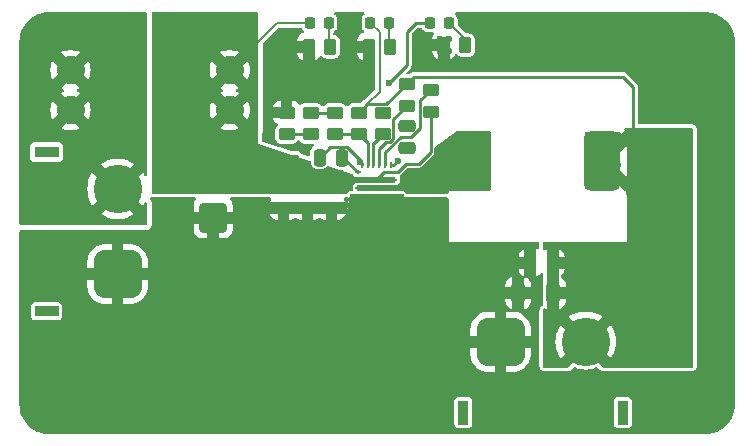
<source format=gbr>
%TF.GenerationSoftware,KiCad,Pcbnew,8.0.3*%
%TF.CreationDate,2024-07-18T08:28:15+09:00*%
%TF.ProjectId,DCDC_24to12,44434443-5f32-4347-946f-31322e6b6963,rev?*%
%TF.SameCoordinates,Original*%
%TF.FileFunction,Copper,L1,Top*%
%TF.FilePolarity,Positive*%
%FSLAX46Y46*%
G04 Gerber Fmt 4.6, Leading zero omitted, Abs format (unit mm)*
G04 Created by KiCad (PCBNEW 8.0.3) date 2024-07-18 08:28:15*
%MOMM*%
%LPD*%
G01*
G04 APERTURE LIST*
G04 Aperture macros list*
%AMRoundRect*
0 Rectangle with rounded corners*
0 $1 Rounding radius*
0 $2 $3 $4 $5 $6 $7 $8 $9 X,Y pos of 4 corners*
0 Add a 4 corners polygon primitive as box body*
4,1,4,$2,$3,$4,$5,$6,$7,$8,$9,$2,$3,0*
0 Add four circle primitives for the rounded corners*
1,1,$1+$1,$2,$3*
1,1,$1+$1,$4,$5*
1,1,$1+$1,$6,$7*
1,1,$1+$1,$8,$9*
0 Add four rect primitives between the rounded corners*
20,1,$1+$1,$2,$3,$4,$5,0*
20,1,$1+$1,$4,$5,$6,$7,0*
20,1,$1+$1,$6,$7,$8,$9,0*
20,1,$1+$1,$8,$9,$2,$3,0*%
G04 Aperture macros list end*
%TA.AperFunction,SMDPad,CuDef*%
%ADD10RoundRect,0.250000X0.250000X0.475000X-0.250000X0.475000X-0.250000X-0.475000X0.250000X-0.475000X0*%
%TD*%
%TA.AperFunction,ComponentPad*%
%ADD11R,2.000000X0.900000*%
%TD*%
%TA.AperFunction,ComponentPad*%
%ADD12RoundRect,1.025000X1.025000X-1.025000X1.025000X1.025000X-1.025000X1.025000X-1.025000X-1.025000X0*%
%TD*%
%TA.AperFunction,ComponentPad*%
%ADD13C,4.100000*%
%TD*%
%TA.AperFunction,SMDPad,CuDef*%
%ADD14RoundRect,0.250000X-0.475000X0.250000X-0.475000X-0.250000X0.475000X-0.250000X0.475000X0.250000X0*%
%TD*%
%TA.AperFunction,SMDPad,CuDef*%
%ADD15RoundRect,0.250000X0.325000X0.650000X-0.325000X0.650000X-0.325000X-0.650000X0.325000X-0.650000X0*%
%TD*%
%TA.AperFunction,SMDPad,CuDef*%
%ADD16RoundRect,0.250000X0.450000X-0.262500X0.450000X0.262500X-0.450000X0.262500X-0.450000X-0.262500X0*%
%TD*%
%TA.AperFunction,SMDPad,CuDef*%
%ADD17RoundRect,0.250000X-0.450000X0.262500X-0.450000X-0.262500X0.450000X-0.262500X0.450000X0.262500X0*%
%TD*%
%TA.AperFunction,SMDPad,CuDef*%
%ADD18RoundRect,0.250000X0.262500X0.450000X-0.262500X0.450000X-0.262500X-0.450000X0.262500X-0.450000X0*%
%TD*%
%TA.AperFunction,SMDPad,CuDef*%
%ADD19RoundRect,0.218750X0.218750X0.256250X-0.218750X0.256250X-0.218750X-0.256250X0.218750X-0.256250X0*%
%TD*%
%TA.AperFunction,ComponentPad*%
%ADD20RoundRect,1.025000X1.025000X1.025000X-1.025000X1.025000X-1.025000X-1.025000X1.025000X-1.025000X0*%
%TD*%
%TA.AperFunction,ComponentPad*%
%ADD21R,0.900000X2.000000*%
%TD*%
%TA.AperFunction,ComponentPad*%
%ADD22C,2.400000*%
%TD*%
%TA.AperFunction,SMDPad,CuDef*%
%ADD23RoundRect,0.508530X-1.041470X-1.991470X1.041470X-1.991470X1.041470X1.991470X-1.041470X1.991470X0*%
%TD*%
%TA.AperFunction,SMDPad,CuDef*%
%ADD24R,0.279400X0.508000*%
%TD*%
%TA.AperFunction,SMDPad,CuDef*%
%ADD25R,0.508000X0.279400*%
%TD*%
%TA.AperFunction,SMDPad,CuDef*%
%ADD26R,3.608100X0.279400*%
%TD*%
%TA.AperFunction,SMDPad,CuDef*%
%ADD27R,3.302000X0.508000*%
%TD*%
%TA.AperFunction,SMDPad,CuDef*%
%ADD28R,3.302000X0.736600*%
%TD*%
%TA.AperFunction,SMDPad,CuDef*%
%ADD29R,0.279400X0.500000*%
%TD*%
%TA.AperFunction,SMDPad,CuDef*%
%ADD30RoundRect,0.250000X-0.900000X1.000000X-0.900000X-1.000000X0.900000X-1.000000X0.900000X1.000000X0*%
%TD*%
%TA.AperFunction,ViaPad*%
%ADD31C,0.600000*%
%TD*%
%TA.AperFunction,Conductor*%
%ADD32C,0.254000*%
%TD*%
%TA.AperFunction,Conductor*%
%ADD33C,0.200000*%
%TD*%
G04 APERTURE END LIST*
D10*
%TO.P,C6,1*%
%TO.N,+12V*%
X117028000Y-60960000D03*
%TO.P,C6,2*%
%TO.N,GND*%
X115128000Y-60960000D03*
%TD*%
D11*
%TO.P,J1,*%
%TO.N,*%
X74175000Y-65062000D03*
X74175000Y-51562000D03*
D12*
%TO.P,J1,1,Pin_1*%
%TO.N,GND*%
X80175000Y-61912000D03*
D13*
%TO.P,J1,2,Pin_2*%
%TO.N,Net-(J1-Pin_2)*%
X80175000Y-54712000D03*
%TD*%
D14*
%TO.P,C5,1*%
%TO.N,+BATT*%
X96266000Y-54422000D03*
%TO.P,C5,2*%
%TO.N,GND*%
X96266000Y-56322000D03*
%TD*%
%TO.P,C7,1*%
%TO.N,+BATT*%
X98298000Y-54422000D03*
%TO.P,C7,2*%
%TO.N,GND*%
X98298000Y-56322000D03*
%TD*%
D15*
%TO.P,C4,1*%
%TO.N,+12V*%
X117045000Y-63500000D03*
%TO.P,C4,2*%
%TO.N,GND*%
X114095000Y-63500000D03*
%TD*%
D16*
%TO.P,R9,1*%
%TO.N,Net-(R8-Pad2)*%
X94488000Y-50061500D03*
%TO.P,R9,2*%
%TO.N,GND*%
X94488000Y-48236500D03*
%TD*%
D17*
%TO.P,R3,1*%
%TO.N,+12V*%
X104648000Y-45823500D03*
%TO.P,R3,2*%
%TO.N,Net-(U1-VOUT)*%
X104648000Y-47648500D03*
%TD*%
D18*
%TO.P,R10,1*%
%TO.N,Net-(D4-K)*%
X109624500Y-42545000D03*
%TO.P,R10,2*%
%TO.N,GND*%
X107799500Y-42545000D03*
%TD*%
D19*
%TO.P,D2,1,K*%
%TO.N,Net-(D2-K)*%
X98044000Y-40640000D03*
%TO.P,D2,2,A*%
%TO.N,+BATT*%
X96469000Y-40640000D03*
%TD*%
D10*
%TO.P,C2,1*%
%TO.N,GND*%
X99181998Y-52070000D03*
%TO.P,C2,2*%
%TO.N,VREG*%
X97282000Y-52070000D03*
%TD*%
D19*
%TO.P,D4,1,K*%
%TO.N,Net-(D4-K)*%
X108229500Y-40640000D03*
%TO.P,D4,2,A*%
%TO.N,VREG*%
X106654500Y-40640000D03*
%TD*%
%TO.P,D3,1,K*%
%TO.N,Net-(D3-K)*%
X103149500Y-40640000D03*
%TO.P,D3,2,A*%
%TO.N,+12V*%
X101574500Y-40640000D03*
%TD*%
D13*
%TO.P,J2,2,Pin_2*%
%TO.N,+12V*%
X119805000Y-67645000D03*
D20*
%TO.P,J2,1,Pin_1*%
%TO.N,GND*%
X112605000Y-67645000D03*
D21*
%TO.P,J2,*%
%TO.N,*%
X109455000Y-73645000D03*
X122955000Y-73645000D03*
%TD*%
D16*
%TO.P,R7,1*%
%TO.N,FB*%
X98552000Y-50061500D03*
%TO.P,R7,2*%
%TO.N,Net-(R7-Pad2)*%
X98552000Y-48236500D03*
%TD*%
D18*
%TO.P,R2,1*%
%TO.N,Net-(D3-K)*%
X103274500Y-42672000D03*
%TO.P,R2,2*%
%TO.N,GND*%
X101449500Y-42672000D03*
%TD*%
D22*
%TO.P,F1,1*%
%TO.N,+BATT*%
X89670000Y-48055000D03*
X89670000Y-44655000D03*
%TO.P,F1,2*%
%TO.N,Net-(J1-Pin_2)*%
X76200000Y-48055000D03*
X76200000Y-44655000D03*
%TD*%
D17*
%TO.P,R8,1*%
%TO.N,Net-(R7-Pad2)*%
X96520000Y-48236500D03*
%TO.P,R8,2*%
%TO.N,Net-(R8-Pad2)*%
X96520000Y-50061500D03*
%TD*%
D23*
%TO.P,L1,1,1*%
%TO.N,SW*%
X110236000Y-52324000D03*
%TO.P,L1,2,2*%
%TO.N,+12V*%
X121236000Y-52324000D03*
%TD*%
D24*
%TO.P,U1,1,BOOT*%
%TO.N,BOOT*%
X103348315Y-52705000D03*
%TO.P,U1,2,PGD*%
%TO.N,PGD*%
X102848189Y-52705000D03*
%TO.P,U1,3,VOUT*%
%TO.N,Net-(U1-VOUT)*%
X102348063Y-52705000D03*
%TO.P,U1,4,FREQ*%
%TO.N,Net-(U1-FREQ)*%
X101847937Y-52705000D03*
%TO.P,U1,5,FB*%
%TO.N,FB*%
X101347811Y-52705000D03*
%TO.P,U1,6,VREG*%
%TO.N,VREG*%
X100847685Y-52705000D03*
D25*
%TO.P,U1,7,GND*%
%TO.N,GND*%
X100547965Y-53314999D03*
D26*
%TO.P,U1,8,VIN*%
%TO.N,+BATT*%
X102098000Y-53924799D03*
D27*
X102098000Y-53930006D03*
%TO.P,U1,9,SW*%
%TO.N,SW*%
X102098000Y-54630005D03*
D26*
X102098000Y-54635999D03*
%TO.P,U1,10,PGND*%
%TO.N,GND*%
X102098000Y-55245599D03*
D28*
X102098000Y-55492995D03*
D26*
X102098000Y-55728199D03*
D29*
X103348000Y-55804999D03*
X102848000Y-55804999D03*
X102348000Y-55804999D03*
X101848000Y-55804999D03*
X101348000Y-55804999D03*
X100848000Y-55804999D03*
D25*
%TO.P,U1,11,EN*%
%TO.N,+BATT*%
X103648035Y-53314999D03*
%TD*%
D17*
%TO.P,R6,1*%
%TO.N,+12V*%
X100584000Y-48236500D03*
%TO.P,R6,2*%
%TO.N,FB*%
X100584000Y-50061500D03*
%TD*%
D16*
%TO.P,R4,1*%
%TO.N,Net-(U1-FREQ)*%
X102616000Y-50061500D03*
%TO.P,R4,2*%
%TO.N,VREG*%
X102616000Y-48236500D03*
%TD*%
D14*
%TO.P,C3,1*%
%TO.N,+BATT*%
X94234000Y-54422000D03*
%TO.P,C3,2*%
%TO.N,GND*%
X94234000Y-56322000D03*
%TD*%
D30*
%TO.P,D1,1,K*%
%TO.N,+BATT*%
X88265000Y-52841000D03*
%TO.P,D1,2,A*%
%TO.N,GND*%
X88265000Y-57141000D03*
%TD*%
D18*
%TO.P,R1,1*%
%TO.N,Net-(D2-K)*%
X98194500Y-42672000D03*
%TO.P,R1,2*%
%TO.N,GND*%
X96369500Y-42672000D03*
%TD*%
D16*
%TO.P,R5,1*%
%TO.N,+BATT*%
X106680000Y-48156500D03*
%TO.P,R5,2*%
%TO.N,PGD*%
X106680000Y-46331500D03*
%TD*%
D14*
%TO.P,C1,1*%
%TO.N,BOOT*%
X104648000Y-49342000D03*
%TO.P,C1,2*%
%TO.N,SW*%
X104648000Y-51242000D03*
%TD*%
D31*
%TO.N,GND*%
X113030000Y-44196000D03*
X88900000Y-68580000D03*
X115570000Y-44196000D03*
X123190000Y-44196000D03*
X96520000Y-63500000D03*
X96520000Y-68580000D03*
X99060000Y-52070000D03*
X91440000Y-68580000D03*
X83820000Y-68580000D03*
X129921000Y-50165000D03*
X96520000Y-71120000D03*
X113030000Y-40767000D03*
X93980000Y-63500000D03*
X104140000Y-66040000D03*
X129921000Y-73025000D03*
X99060000Y-68580000D03*
X130810000Y-42418000D03*
X129921000Y-60325000D03*
X129921000Y-52705000D03*
X131826000Y-65405000D03*
X131826000Y-67945000D03*
X131826000Y-62865000D03*
X83820000Y-60960000D03*
X86360000Y-60960000D03*
X93980000Y-68580000D03*
X115570000Y-42418000D03*
X91440000Y-60960000D03*
X88900000Y-66040000D03*
X106680000Y-68580000D03*
X107442000Y-42037000D03*
X131826000Y-57785000D03*
X104140000Y-68580000D03*
X100330000Y-44958000D03*
X108204000Y-43053000D03*
X100330000Y-46736000D03*
X101600000Y-63500000D03*
X93980000Y-46736000D03*
X131826000Y-52705000D03*
X101600000Y-66040000D03*
X123190000Y-42418000D03*
X113030000Y-42418000D03*
X131826000Y-70485000D03*
X131826000Y-60325000D03*
X129921000Y-67945000D03*
X93980000Y-60960000D03*
X131826000Y-50165000D03*
X95250000Y-44958000D03*
X99060000Y-60960000D03*
X91440000Y-63500000D03*
X104140000Y-63500000D03*
X96520000Y-44958000D03*
X128270000Y-44196000D03*
X97790000Y-44958000D03*
X131826000Y-55245000D03*
X125730000Y-42418000D03*
X118110000Y-40767000D03*
X99060000Y-46736000D03*
X125730000Y-44196000D03*
X94488000Y-48260000D03*
X115570000Y-40767000D03*
X118110000Y-44196000D03*
X129921000Y-57785000D03*
X106680000Y-66040000D03*
X96520000Y-60960000D03*
X86360000Y-68580000D03*
X130810000Y-44196000D03*
X110490000Y-44196000D03*
X86360000Y-63500000D03*
X97790000Y-46736000D03*
X131064000Y-48133000D03*
X129921000Y-65405000D03*
X125730000Y-40767000D03*
X86360000Y-66040000D03*
X91440000Y-66040000D03*
X104140000Y-73660000D03*
X107442000Y-43053000D03*
X104140000Y-71120000D03*
X125730000Y-46228000D03*
X96520000Y-66040000D03*
X99060000Y-66040000D03*
X130810000Y-46228000D03*
X104140000Y-60960000D03*
X129921000Y-70485000D03*
X128270000Y-46228000D03*
X120650000Y-40767000D03*
X123190000Y-40767000D03*
X128270000Y-40767000D03*
X101600000Y-60960000D03*
X106680000Y-73660000D03*
X93980000Y-66040000D03*
X129921000Y-55245000D03*
X120650000Y-42418000D03*
X129921000Y-62865000D03*
X99060000Y-71120000D03*
X88900000Y-60960000D03*
X129032000Y-48133000D03*
X96520000Y-46736000D03*
X106680000Y-71120000D03*
X99060000Y-44958000D03*
X83820000Y-63500000D03*
X120650000Y-44196000D03*
X88900000Y-63500000D03*
X83820000Y-66040000D03*
X95250000Y-46736000D03*
X106680000Y-60960000D03*
X99060000Y-63500000D03*
X106680000Y-63500000D03*
X131826000Y-73025000D03*
X118110000Y-42418000D03*
X126873000Y-48133000D03*
X108204000Y-42037000D03*
X130810000Y-40767000D03*
X101600000Y-68580000D03*
X101600000Y-71120000D03*
X128270000Y-42418000D03*
X93980000Y-44958000D03*
X101600000Y-73660000D03*
%TO.N,+12V*%
X126365000Y-62865000D03*
X120015000Y-50165000D03*
X121285000Y-52705000D03*
X123825000Y-67945000D03*
X118745000Y-60325000D03*
X126365000Y-50165000D03*
X123825000Y-55245000D03*
X120015000Y-53975000D03*
X122555000Y-50165000D03*
X123825000Y-62865000D03*
X126365000Y-55245000D03*
X123825000Y-50165000D03*
X126365000Y-52705000D03*
X121285000Y-50165000D03*
X120015000Y-52705000D03*
X120015000Y-51435000D03*
X121285000Y-60325000D03*
X123825000Y-65405000D03*
X122555000Y-51435000D03*
X118745000Y-62865000D03*
X122555000Y-52705000D03*
X126365000Y-60325000D03*
X123825000Y-60325000D03*
X121285000Y-51435000D03*
X123825000Y-52705000D03*
X123825000Y-57785000D03*
X121285000Y-62865000D03*
X126365000Y-67945000D03*
X122555000Y-53975000D03*
X121285000Y-53975000D03*
X126365000Y-65405000D03*
X126365000Y-57785000D03*
%TO.N,BOOT*%
X104648000Y-49342000D03*
X103886000Y-52324000D03*
%TO.N,SW*%
X111252000Y-50546000D03*
X106680000Y-53340000D03*
X105410000Y-54610000D03*
X106680000Y-54610000D03*
X111252000Y-51816000D03*
X108712000Y-53086000D03*
X104648000Y-51308000D03*
X111252000Y-54356000D03*
X108712000Y-50546000D03*
X109982000Y-53086000D03*
X105410000Y-53340000D03*
X111252000Y-53086000D03*
X109982000Y-51816000D03*
X109982000Y-50546000D03*
X108712000Y-54356000D03*
X109982000Y-54356000D03*
X108712000Y-51816000D03*
%TO.N,+BATT*%
X88265000Y-51435000D03*
X86995000Y-53975000D03*
X90805000Y-52705000D03*
X95250000Y-52070000D03*
X93980000Y-54610000D03*
X97790000Y-53340000D03*
X90805000Y-53975000D03*
X89535000Y-51435000D03*
X86995000Y-51435000D03*
X93980000Y-53340000D03*
X95250000Y-53340000D03*
X86995000Y-52705000D03*
X89535000Y-53975000D03*
X88265000Y-53975000D03*
X88265000Y-52705000D03*
X99060000Y-53340000D03*
X99060000Y-54610000D03*
X90805000Y-51435000D03*
X89535000Y-52705000D03*
X95250000Y-54610000D03*
X96520000Y-53340000D03*
X96520000Y-54610000D03*
X93980000Y-52070000D03*
X97790000Y-54610000D03*
%TO.N,VREG*%
X103124000Y-45720000D03*
X102235000Y-48260000D03*
X100736400Y-52400200D03*
%TD*%
D32*
%TO.N,GND*%
X99302966Y-52070000D02*
X100547965Y-53314999D01*
X99060000Y-52191998D02*
X99181998Y-52070000D01*
X99181998Y-52070000D02*
X99302966Y-52070000D01*
D33*
X108079000Y-42396500D02*
X108227500Y-42545000D01*
D32*
X99314000Y-51816000D02*
X99314000Y-51937998D01*
X99181998Y-52070000D02*
X99060000Y-52070000D01*
X100547965Y-53314999D02*
X100426997Y-53314999D01*
X99060000Y-52070000D02*
X99060000Y-52191998D01*
X99314000Y-51937998D02*
X99181998Y-52070000D01*
%TO.N,+12V*%
X104648000Y-45823500D02*
X105259500Y-45212000D01*
X123825000Y-46101000D02*
X123825000Y-50165000D01*
X102924500Y-47547000D02*
X104648000Y-45823500D01*
D33*
X102362000Y-41427500D02*
X102362000Y-46458500D01*
D32*
X122936000Y-45212000D02*
X123825000Y-46101000D01*
X100584000Y-48236500D02*
X101273500Y-47547000D01*
D33*
X101574500Y-40640000D02*
X102362000Y-41427500D01*
X102362000Y-46458500D02*
X101273500Y-47547000D01*
D32*
X105259500Y-45212000D02*
X122936000Y-45212000D01*
X101273500Y-47547000D02*
X102924500Y-47547000D01*
D33*
%TO.N,Net-(D2-K)*%
X98044000Y-42521500D02*
X98194500Y-42672000D01*
X98044000Y-40640000D02*
X98044000Y-42521500D01*
%TO.N,Net-(D3-K)*%
X103149500Y-42547000D02*
X103149500Y-40640000D01*
X103274500Y-42672000D02*
X103149500Y-42547000D01*
%TO.N,Net-(D4-K)*%
X109624500Y-42545000D02*
X109624500Y-42035000D01*
X109624500Y-42035000D02*
X108229500Y-40640000D01*
D32*
%TO.N,Net-(R7-Pad2)*%
X96520000Y-48236500D02*
X98552000Y-48236500D01*
%TO.N,Net-(U1-FREQ)*%
X101847937Y-50806063D02*
X101871437Y-50806063D01*
X101871437Y-50806063D02*
X102616000Y-50061500D01*
X101847937Y-52705000D02*
X101847937Y-50806063D01*
%TO.N,BOOT*%
X103886000Y-52324000D02*
X103505000Y-52705000D01*
X103505000Y-52705000D02*
X103348315Y-52705000D01*
%TO.N,FB*%
X101347811Y-52705000D02*
X101347811Y-50801811D01*
X101347811Y-50801811D02*
X100607500Y-50061500D01*
X100584000Y-50061500D02*
X98552000Y-50061500D01*
X100607500Y-50061500D02*
X100584000Y-50061500D01*
%TO.N,+BATT*%
X103898922Y-53314999D02*
X103648035Y-53314999D01*
X105664000Y-52578000D02*
X104635921Y-52578000D01*
X106680000Y-48156500D02*
X106680000Y-51562000D01*
X102707800Y-53314999D02*
X102098000Y-53924799D01*
X104635921Y-52578000D02*
X103898922Y-53314999D01*
X103648035Y-53314999D02*
X102707800Y-53314999D01*
D33*
X96469000Y-40640000D02*
X93685000Y-40640000D01*
D32*
X106680000Y-51562000D02*
X105664000Y-52578000D01*
D33*
X93685000Y-40640000D02*
X89670000Y-44655000D01*
D32*
%TO.N,Net-(U1-VOUT)*%
X102919000Y-50751000D02*
X102348063Y-51321937D01*
X104648000Y-47648500D02*
X103493000Y-48803500D01*
X103493000Y-50507796D02*
X103249796Y-50751000D01*
X103249796Y-50751000D02*
X102919000Y-50751000D01*
X103493000Y-48803500D02*
X103493000Y-50507796D01*
X102348063Y-51321937D02*
X102348063Y-52705000D01*
%TO.N,VREG*%
X100847685Y-52511485D02*
X100847685Y-52705000D01*
X104648000Y-44196000D02*
X104648000Y-41402000D01*
X100736400Y-52288606D02*
X99615794Y-51168000D01*
X98184000Y-51168000D02*
X97282000Y-52070000D01*
X104648000Y-41402000D02*
X105410000Y-40640000D01*
X99615794Y-51168000D02*
X98184000Y-51168000D01*
X105410000Y-40640000D02*
X106654500Y-40640000D01*
X103124000Y-45720000D02*
X104648000Y-44196000D01*
X100736400Y-52400200D02*
X100736400Y-52288606D01*
X100736400Y-52400200D02*
X100847685Y-52511485D01*
%TO.N,PGD*%
X105803000Y-47208500D02*
X106680000Y-46331500D01*
X104140000Y-50292000D02*
X105033796Y-50292000D01*
X102848189Y-52705000D02*
X102848189Y-51583811D01*
X105803000Y-49522796D02*
X105803000Y-47208500D01*
X105033796Y-50292000D02*
X105803000Y-49522796D01*
X102848189Y-51583811D02*
X104140000Y-50292000D01*
%TO.N,Net-(R8-Pad2)*%
X94488000Y-50061500D02*
X96520000Y-50061500D01*
%TD*%
%TA.AperFunction,Conductor*%
%TO.N,GND*%
G36*
X129972736Y-39743726D02*
G01*
X130262796Y-39761271D01*
X130277657Y-39763075D01*
X130366059Y-39779276D01*
X130559798Y-39814780D01*
X130574335Y-39818363D01*
X130848172Y-39903695D01*
X130862163Y-39909000D01*
X131123743Y-40026727D01*
X131136989Y-40033680D01*
X131382465Y-40182075D01*
X131394776Y-40190573D01*
X131620573Y-40367473D01*
X131631781Y-40377403D01*
X131834596Y-40580218D01*
X131844526Y-40591426D01*
X131964481Y-40744538D01*
X132021422Y-40817217D01*
X132029926Y-40829537D01*
X132120125Y-40978745D01*
X132178316Y-41075004D01*
X132185275Y-41088263D01*
X132302997Y-41349831D01*
X132308306Y-41363832D01*
X132393635Y-41637663D01*
X132397219Y-41652201D01*
X132448923Y-41934340D01*
X132450728Y-41949205D01*
X132468274Y-42239263D01*
X132468500Y-42246750D01*
X132468500Y-72942249D01*
X132468274Y-72949736D01*
X132450728Y-73239794D01*
X132448923Y-73254659D01*
X132397219Y-73536798D01*
X132393635Y-73551336D01*
X132308306Y-73825167D01*
X132302997Y-73839168D01*
X132185275Y-74100736D01*
X132178316Y-74113995D01*
X132029928Y-74359459D01*
X132021422Y-74371782D01*
X131844526Y-74597573D01*
X131834596Y-74608781D01*
X131631781Y-74811596D01*
X131620573Y-74821526D01*
X131394782Y-74998422D01*
X131382459Y-75006928D01*
X131136995Y-75155316D01*
X131123736Y-75162275D01*
X130862168Y-75279997D01*
X130848167Y-75285306D01*
X130574336Y-75370635D01*
X130559798Y-75374219D01*
X130277659Y-75425923D01*
X130262794Y-75427728D01*
X129972736Y-75445274D01*
X129965249Y-75445500D01*
X74377751Y-75445500D01*
X74370264Y-75445274D01*
X74080205Y-75427728D01*
X74065340Y-75425923D01*
X73783201Y-75374219D01*
X73768663Y-75370635D01*
X73494832Y-75285306D01*
X73480831Y-75279997D01*
X73219263Y-75162275D01*
X73206004Y-75155316D01*
X72960540Y-75006928D01*
X72948217Y-74998422D01*
X72876946Y-74942585D01*
X72722426Y-74821526D01*
X72711218Y-74811596D01*
X72508403Y-74608781D01*
X72498473Y-74597573D01*
X72321573Y-74371776D01*
X72313075Y-74359465D01*
X72164680Y-74113989D01*
X72157727Y-74100743D01*
X72040000Y-73839163D01*
X72034693Y-73825167D01*
X71949364Y-73551336D01*
X71945780Y-73536798D01*
X71894076Y-73254659D01*
X71892271Y-73239794D01*
X71874726Y-72949736D01*
X71874500Y-72942249D01*
X71874500Y-72600131D01*
X108704500Y-72600131D01*
X108704500Y-74689856D01*
X108704502Y-74689882D01*
X108707413Y-74714987D01*
X108707415Y-74714991D01*
X108752793Y-74817764D01*
X108752794Y-74817765D01*
X108832235Y-74897206D01*
X108935009Y-74942585D01*
X108960135Y-74945500D01*
X109949864Y-74945499D01*
X109949879Y-74945497D01*
X109949882Y-74945497D01*
X109974987Y-74942586D01*
X109974988Y-74942585D01*
X109974991Y-74942585D01*
X110077765Y-74897206D01*
X110157206Y-74817765D01*
X110202585Y-74714991D01*
X110205500Y-74689865D01*
X110205499Y-72600136D01*
X110205498Y-72600131D01*
X122204500Y-72600131D01*
X122204500Y-74689856D01*
X122204502Y-74689882D01*
X122207413Y-74714987D01*
X122207415Y-74714991D01*
X122252793Y-74817764D01*
X122252794Y-74817765D01*
X122332235Y-74897206D01*
X122435009Y-74942585D01*
X122460135Y-74945500D01*
X123449864Y-74945499D01*
X123449879Y-74945497D01*
X123449882Y-74945497D01*
X123474987Y-74942586D01*
X123474988Y-74942585D01*
X123474991Y-74942585D01*
X123577765Y-74897206D01*
X123657206Y-74817765D01*
X123702585Y-74714991D01*
X123705500Y-74689865D01*
X123705499Y-72600136D01*
X123705497Y-72600117D01*
X123702586Y-72575012D01*
X123702585Y-72575010D01*
X123702585Y-72575009D01*
X123657206Y-72472235D01*
X123577765Y-72392794D01*
X123577763Y-72392793D01*
X123474992Y-72347415D01*
X123449865Y-72344500D01*
X122460143Y-72344500D01*
X122460117Y-72344502D01*
X122435012Y-72347413D01*
X122435008Y-72347415D01*
X122332235Y-72392793D01*
X122252794Y-72472234D01*
X122207415Y-72575006D01*
X122207415Y-72575008D01*
X122204500Y-72600131D01*
X110205498Y-72600131D01*
X110205497Y-72600117D01*
X110202586Y-72575012D01*
X110202585Y-72575010D01*
X110202585Y-72575009D01*
X110157206Y-72472235D01*
X110077765Y-72392794D01*
X110077763Y-72392793D01*
X109974992Y-72347415D01*
X109949865Y-72344500D01*
X108960143Y-72344500D01*
X108960117Y-72344502D01*
X108935012Y-72347413D01*
X108935008Y-72347415D01*
X108832235Y-72392793D01*
X108752794Y-72472234D01*
X108707415Y-72575006D01*
X108707415Y-72575008D01*
X108704500Y-72600131D01*
X71874500Y-72600131D01*
X71874500Y-66549731D01*
X110055000Y-66549731D01*
X110055000Y-67145000D01*
X111347986Y-67145000D01*
X111288242Y-67328874D01*
X111255000Y-67538753D01*
X111255000Y-67751247D01*
X111288242Y-67961126D01*
X111347986Y-68145000D01*
X110055000Y-68145000D01*
X110055000Y-68740268D01*
X110065215Y-68884958D01*
X110065217Y-68884968D01*
X110119313Y-69125165D01*
X110119315Y-69125172D01*
X110211244Y-69353585D01*
X110338620Y-69564289D01*
X110338627Y-69564299D01*
X110498153Y-69751846D01*
X110685700Y-69911372D01*
X110685710Y-69911379D01*
X110896414Y-70038755D01*
X111124827Y-70130684D01*
X111124834Y-70130686D01*
X111365031Y-70184782D01*
X111365041Y-70184784D01*
X111509731Y-70194999D01*
X111509734Y-70195000D01*
X112105000Y-70195000D01*
X112105000Y-68902014D01*
X112288874Y-68961758D01*
X112498753Y-68995000D01*
X112711247Y-68995000D01*
X112921126Y-68961758D01*
X113105000Y-68902014D01*
X113105000Y-70195000D01*
X113700266Y-70195000D01*
X113700268Y-70194999D01*
X113844958Y-70184784D01*
X113844968Y-70184782D01*
X114085165Y-70130686D01*
X114085172Y-70130684D01*
X114313585Y-70038755D01*
X114524289Y-69911379D01*
X114524299Y-69911372D01*
X114711846Y-69751846D01*
X114871372Y-69564299D01*
X114871379Y-69564289D01*
X114998755Y-69353585D01*
X115090684Y-69125172D01*
X115090686Y-69125165D01*
X115144782Y-68884968D01*
X115144784Y-68884958D01*
X115154999Y-68740268D01*
X115155000Y-68740266D01*
X115155000Y-68145000D01*
X113862014Y-68145000D01*
X113921758Y-67961126D01*
X113955000Y-67751247D01*
X113955000Y-67538753D01*
X113921758Y-67328874D01*
X113862014Y-67145000D01*
X115155000Y-67145000D01*
X115155000Y-66549734D01*
X115154999Y-66549731D01*
X115144784Y-66405041D01*
X115144782Y-66405031D01*
X115090686Y-66164834D01*
X115090684Y-66164827D01*
X114998755Y-65936414D01*
X114871379Y-65725710D01*
X114871372Y-65725700D01*
X114711846Y-65538153D01*
X114524299Y-65378627D01*
X114524289Y-65378620D01*
X114313585Y-65251244D01*
X114085172Y-65159315D01*
X114085165Y-65159313D01*
X113844968Y-65105217D01*
X113844958Y-65105215D01*
X113700268Y-65095000D01*
X113683720Y-65095000D01*
X113616681Y-65075315D01*
X113577019Y-65029543D01*
X113532434Y-65077558D01*
X113469020Y-65095000D01*
X113105000Y-65095000D01*
X113105000Y-66387985D01*
X112921126Y-66328242D01*
X112711247Y-66295000D01*
X112498753Y-66295000D01*
X112288874Y-66328242D01*
X112105000Y-66387985D01*
X112105000Y-65095000D01*
X111509731Y-65095000D01*
X111365041Y-65105215D01*
X111365031Y-65105217D01*
X111124834Y-65159313D01*
X111124827Y-65159315D01*
X110896414Y-65251244D01*
X110685710Y-65378620D01*
X110685700Y-65378627D01*
X110498153Y-65538153D01*
X110338627Y-65725700D01*
X110338620Y-65725710D01*
X110211244Y-65936414D01*
X110119315Y-66164827D01*
X110119313Y-66164834D01*
X110065217Y-66405031D01*
X110065215Y-66405041D01*
X110055000Y-66549731D01*
X71874500Y-66549731D01*
X71874500Y-64567131D01*
X72874500Y-64567131D01*
X72874500Y-65556856D01*
X72874502Y-65556882D01*
X72877413Y-65581987D01*
X72877415Y-65581991D01*
X72922793Y-65684764D01*
X72922794Y-65684765D01*
X73002235Y-65764206D01*
X73105009Y-65809585D01*
X73130135Y-65812500D01*
X75219864Y-65812499D01*
X75219879Y-65812497D01*
X75219882Y-65812497D01*
X75244987Y-65809586D01*
X75244988Y-65809585D01*
X75244991Y-65809585D01*
X75347765Y-65764206D01*
X75427206Y-65684765D01*
X75472585Y-65581991D01*
X75475500Y-65556865D01*
X75475499Y-64567136D01*
X75475497Y-64567117D01*
X75472586Y-64542012D01*
X75472585Y-64542010D01*
X75472585Y-64542009D01*
X75427206Y-64439235D01*
X75347765Y-64359794D01*
X75347763Y-64359793D01*
X75244992Y-64314415D01*
X75219865Y-64311500D01*
X73130143Y-64311500D01*
X73130117Y-64311502D01*
X73105012Y-64314413D01*
X73105008Y-64314415D01*
X73002235Y-64359793D01*
X72922794Y-64439234D01*
X72877415Y-64542006D01*
X72877415Y-64542008D01*
X72874500Y-64567131D01*
X71874500Y-64567131D01*
X71874500Y-60816731D01*
X77625000Y-60816731D01*
X77625000Y-61412000D01*
X78917986Y-61412000D01*
X78858242Y-61595874D01*
X78825000Y-61805753D01*
X78825000Y-62018247D01*
X78858242Y-62228126D01*
X78917986Y-62412000D01*
X77625000Y-62412000D01*
X77625000Y-63007268D01*
X77635215Y-63151958D01*
X77635217Y-63151968D01*
X77689313Y-63392165D01*
X77689315Y-63392172D01*
X77781244Y-63620585D01*
X77908620Y-63831289D01*
X77908627Y-63831299D01*
X78068153Y-64018846D01*
X78255700Y-64178372D01*
X78255710Y-64178379D01*
X78466414Y-64305755D01*
X78694827Y-64397684D01*
X78694834Y-64397686D01*
X78935031Y-64451782D01*
X78935041Y-64451784D01*
X79079731Y-64461999D01*
X79079734Y-64462000D01*
X79675000Y-64462000D01*
X79675000Y-63169014D01*
X79858874Y-63228758D01*
X80068753Y-63262000D01*
X80281247Y-63262000D01*
X80491126Y-63228758D01*
X80675000Y-63169014D01*
X80675000Y-64462000D01*
X81270266Y-64462000D01*
X81270268Y-64461999D01*
X81414958Y-64451784D01*
X81414968Y-64451782D01*
X81655165Y-64397686D01*
X81655172Y-64397684D01*
X81883585Y-64305755D01*
X82058547Y-64199986D01*
X113020001Y-64199986D01*
X113030494Y-64302697D01*
X113085641Y-64469119D01*
X113085643Y-64469124D01*
X113177684Y-64618345D01*
X113301654Y-64742315D01*
X113450875Y-64834356D01*
X113450880Y-64834358D01*
X113508024Y-64853294D01*
X113565469Y-64893067D01*
X113576450Y-64919480D01*
X113590007Y-64889797D01*
X113595000Y-64885227D01*
X113595000Y-64882114D01*
X114595000Y-64882114D01*
X114739119Y-64834358D01*
X114739124Y-64834356D01*
X114888345Y-64742315D01*
X115012315Y-64618345D01*
X115104356Y-64469124D01*
X115104358Y-64469119D01*
X115159505Y-64302697D01*
X115159506Y-64302690D01*
X115169999Y-64199986D01*
X115170000Y-64199973D01*
X115170000Y-64000000D01*
X114595000Y-64000000D01*
X114595000Y-64882114D01*
X113595000Y-64882114D01*
X113595000Y-64000000D01*
X113020001Y-64000000D01*
X113020001Y-64199986D01*
X82058547Y-64199986D01*
X82094289Y-64178379D01*
X82094299Y-64178372D01*
X82281846Y-64018846D01*
X82441372Y-63831299D01*
X82441379Y-63831289D01*
X82568755Y-63620585D01*
X82660684Y-63392172D01*
X82660686Y-63392165D01*
X82714782Y-63151968D01*
X82714784Y-63151958D01*
X82724999Y-63007268D01*
X82725000Y-63007266D01*
X82725000Y-62800013D01*
X113020000Y-62800013D01*
X113020000Y-63000000D01*
X113595000Y-63000000D01*
X113595000Y-62117884D01*
X113450879Y-62165641D01*
X113301654Y-62257684D01*
X113177684Y-62381654D01*
X113085643Y-62530875D01*
X113085641Y-62530880D01*
X113030494Y-62697302D01*
X113030493Y-62697309D01*
X113020000Y-62800013D01*
X82725000Y-62800013D01*
X82725000Y-62412000D01*
X81432014Y-62412000D01*
X81491758Y-62228126D01*
X81525000Y-62018247D01*
X81525000Y-61805753D01*
X81491758Y-61595874D01*
X81455728Y-61484986D01*
X114128001Y-61484986D01*
X114138494Y-61587697D01*
X114193641Y-61754119D01*
X114193643Y-61754124D01*
X114285684Y-61903345D01*
X114409654Y-62027315D01*
X114457780Y-62056999D01*
X114457781Y-62057000D01*
X114471000Y-62057000D01*
X114538039Y-62076685D01*
X114583794Y-62129489D01*
X114595000Y-62181000D01*
X114595000Y-63000000D01*
X115169999Y-63000000D01*
X115169999Y-62800028D01*
X115169998Y-62800013D01*
X115159505Y-62697302D01*
X115104358Y-62530880D01*
X115104356Y-62530875D01*
X115012315Y-62381654D01*
X114888345Y-62257684D01*
X114840219Y-62228000D01*
X114752000Y-62228000D01*
X114684961Y-62208315D01*
X114639206Y-62155511D01*
X114628000Y-62104000D01*
X114628000Y-61460000D01*
X114128001Y-61460000D01*
X114128001Y-61484986D01*
X81455728Y-61484986D01*
X81432014Y-61412000D01*
X82725000Y-61412000D01*
X82725000Y-60816734D01*
X82724999Y-60816731D01*
X82714784Y-60672041D01*
X82714782Y-60672031D01*
X82661402Y-60435013D01*
X114128000Y-60435013D01*
X114128000Y-60460000D01*
X114628000Y-60460000D01*
X114628000Y-59777737D01*
X114558879Y-59800641D01*
X114409654Y-59892684D01*
X114285684Y-60016654D01*
X114193643Y-60165875D01*
X114193641Y-60165880D01*
X114138494Y-60332302D01*
X114138493Y-60332309D01*
X114128000Y-60435013D01*
X82661402Y-60435013D01*
X82660686Y-60431834D01*
X82660684Y-60431827D01*
X82568755Y-60203414D01*
X82441379Y-59992710D01*
X82441372Y-59992700D01*
X82281846Y-59805153D01*
X82094299Y-59645627D01*
X82094289Y-59645620D01*
X81883585Y-59518244D01*
X81655172Y-59426315D01*
X81655165Y-59426313D01*
X81414968Y-59372217D01*
X81414958Y-59372215D01*
X81270268Y-59362000D01*
X80675000Y-59362000D01*
X80675000Y-60654985D01*
X80491126Y-60595242D01*
X80281247Y-60562000D01*
X80068753Y-60562000D01*
X79858874Y-60595242D01*
X79675000Y-60654985D01*
X79675000Y-59362000D01*
X79079731Y-59362000D01*
X78935041Y-59372215D01*
X78935031Y-59372217D01*
X78694834Y-59426313D01*
X78694827Y-59426315D01*
X78466414Y-59518244D01*
X78255710Y-59645620D01*
X78255700Y-59645627D01*
X78068153Y-59805153D01*
X77908627Y-59992700D01*
X77908620Y-59992710D01*
X77781244Y-60203414D01*
X77689315Y-60431827D01*
X77689313Y-60431834D01*
X77635217Y-60672031D01*
X77635215Y-60672041D01*
X77625000Y-60816731D01*
X71874500Y-60816731D01*
X71874500Y-58314500D01*
X71894185Y-58247461D01*
X71946989Y-58201706D01*
X71996266Y-58190986D01*
X86615001Y-58190986D01*
X86625494Y-58293697D01*
X86680641Y-58460119D01*
X86680643Y-58460124D01*
X86772684Y-58609345D01*
X86896654Y-58733315D01*
X87045875Y-58825356D01*
X87045880Y-58825358D01*
X87212302Y-58880505D01*
X87212309Y-58880506D01*
X87315019Y-58890999D01*
X87764999Y-58890999D01*
X88765000Y-58890999D01*
X89214972Y-58890999D01*
X89214986Y-58890998D01*
X89317697Y-58880505D01*
X89484119Y-58825358D01*
X89484124Y-58825356D01*
X89633345Y-58733315D01*
X89757315Y-58609345D01*
X89849356Y-58460124D01*
X89849358Y-58460119D01*
X89904505Y-58293697D01*
X89904506Y-58293690D01*
X89914999Y-58190986D01*
X89915000Y-58190973D01*
X89915000Y-57641000D01*
X88765000Y-57641000D01*
X88765000Y-58890999D01*
X87764999Y-58890999D01*
X87765000Y-58890998D01*
X87765000Y-57641000D01*
X86615001Y-57641000D01*
X86615001Y-58190986D01*
X71996266Y-58190986D01*
X71998500Y-58190500D01*
X82552991Y-58190500D01*
X82553000Y-58190500D01*
X82639199Y-58181232D01*
X82690710Y-58170026D01*
X82762360Y-58147310D01*
X82870057Y-58080250D01*
X82922861Y-58034495D01*
X82992042Y-57956923D01*
X83046389Y-57842285D01*
X83066074Y-57775246D01*
X83082500Y-57661000D01*
X83082500Y-56822000D01*
X93051737Y-56822000D01*
X93074641Y-56891120D01*
X93166684Y-57040345D01*
X93290654Y-57164315D01*
X93439875Y-57256356D01*
X93439880Y-57256358D01*
X93606302Y-57311505D01*
X93606309Y-57311506D01*
X93709019Y-57321999D01*
X94734000Y-57321999D01*
X94758972Y-57321999D01*
X94758986Y-57321998D01*
X94861697Y-57311505D01*
X95028119Y-57256358D01*
X95028124Y-57256356D01*
X95183491Y-57160525D01*
X95184955Y-57162898D01*
X95237858Y-57141543D01*
X95306503Y-57154568D01*
X95316299Y-57160864D01*
X95316509Y-57160525D01*
X95471875Y-57256356D01*
X95471880Y-57256358D01*
X95638302Y-57311505D01*
X95638309Y-57311506D01*
X95741019Y-57321999D01*
X96766000Y-57321999D01*
X96790972Y-57321999D01*
X96790986Y-57321998D01*
X96893697Y-57311505D01*
X97060119Y-57256358D01*
X97060124Y-57256356D01*
X97215491Y-57160525D01*
X97216955Y-57162898D01*
X97269858Y-57141543D01*
X97338503Y-57154568D01*
X97348299Y-57160864D01*
X97348509Y-57160525D01*
X97503875Y-57256356D01*
X97503880Y-57256358D01*
X97670302Y-57311505D01*
X97670309Y-57311506D01*
X97773019Y-57321999D01*
X98798000Y-57321999D01*
X98822972Y-57321999D01*
X98822986Y-57321998D01*
X98925697Y-57311505D01*
X99092119Y-57256358D01*
X99092124Y-57256356D01*
X99241345Y-57164315D01*
X99365315Y-57040345D01*
X99457358Y-56891120D01*
X99480263Y-56822000D01*
X98798000Y-56822000D01*
X98798000Y-57321999D01*
X97773019Y-57321999D01*
X97798000Y-57321998D01*
X97798000Y-56822000D01*
X96766000Y-56822000D01*
X96766000Y-57321999D01*
X95741019Y-57321999D01*
X95766000Y-57321998D01*
X95766000Y-56822000D01*
X94734000Y-56822000D01*
X94734000Y-57321999D01*
X93709019Y-57321999D01*
X93734000Y-57321998D01*
X93734000Y-56822000D01*
X93051737Y-56822000D01*
X83082500Y-56822000D01*
X83082500Y-55938741D01*
X83073718Y-55854808D01*
X83063093Y-55804588D01*
X83041670Y-55734951D01*
X83041669Y-55734950D01*
X83041669Y-55734948D01*
X82987356Y-55645460D01*
X82975846Y-55626495D01*
X82960654Y-55608552D01*
X82932357Y-55544669D01*
X82943091Y-55475628D01*
X82989447Y-55423351D01*
X83056707Y-55404434D01*
X83090233Y-55409452D01*
X83095919Y-55411122D01*
X83095923Y-55411122D01*
X83095928Y-55411124D01*
X83182000Y-55423500D01*
X83182003Y-55423500D01*
X86722477Y-55423500D01*
X86789516Y-55443185D01*
X86835271Y-55495989D01*
X86845215Y-55565147D01*
X86816190Y-55628703D01*
X86810158Y-55635181D01*
X86772684Y-55672654D01*
X86680643Y-55821875D01*
X86680641Y-55821880D01*
X86625494Y-55988302D01*
X86625493Y-55988309D01*
X86615000Y-56091013D01*
X86615000Y-56641000D01*
X89914999Y-56641000D01*
X89914999Y-56091028D01*
X89914998Y-56091013D01*
X89904505Y-55988302D01*
X89849358Y-55821880D01*
X89849356Y-55821875D01*
X89757315Y-55672654D01*
X89719842Y-55635181D01*
X89686357Y-55573858D01*
X89691341Y-55504166D01*
X89733213Y-55448233D01*
X89798677Y-55423816D01*
X89807523Y-55423500D01*
X93055630Y-55423500D01*
X93122669Y-55443185D01*
X93168424Y-55495989D01*
X93178368Y-55565147D01*
X93161169Y-55612597D01*
X93074641Y-55752879D01*
X93051737Y-55822000D01*
X99480262Y-55822000D01*
X99457358Y-55752879D01*
X99370831Y-55612597D01*
X99352391Y-55545205D01*
X99373313Y-55478541D01*
X99426955Y-55433771D01*
X99476370Y-55423500D01*
X99522297Y-55423500D01*
X99522904Y-55423494D01*
X99528252Y-55423442D01*
X99533067Y-55423348D01*
X99624488Y-55407469D01*
X99631642Y-55405062D01*
X99701459Y-55402345D01*
X99761662Y-55437805D01*
X99766951Y-55448288D01*
X99568000Y-56642000D01*
X104648000Y-56642000D01*
X104445280Y-55425681D01*
X104460797Y-55409014D01*
X104528495Y-55391732D01*
X104559010Y-55396676D01*
X104568601Y-55399492D01*
X104608203Y-55411122D01*
X104608207Y-55411122D01*
X104608212Y-55411124D01*
X104694284Y-55423500D01*
X104694287Y-55423500D01*
X108080000Y-55423500D01*
X108147039Y-55443185D01*
X108192794Y-55495989D01*
X108204000Y-55547500D01*
X108204000Y-59182000D01*
X111760000Y-59182000D01*
X115775500Y-59182000D01*
X115842539Y-59201685D01*
X115888294Y-59254489D01*
X115899500Y-59306000D01*
X115899500Y-59703295D01*
X115879815Y-59770334D01*
X115827011Y-59816089D01*
X115757853Y-59826033D01*
X115710404Y-59808834D01*
X115697123Y-59800642D01*
X115628000Y-59777737D01*
X115628000Y-62142262D01*
X115697118Y-62119359D01*
X115846345Y-62027315D01*
X115970317Y-61903343D01*
X115992961Y-61866632D01*
X116044909Y-61819907D01*
X116113871Y-61808684D01*
X116177953Y-61836527D01*
X116216810Y-61894596D01*
X116222500Y-61931728D01*
X116222500Y-62159638D01*
X116224250Y-62192281D01*
X116224254Y-62192334D01*
X116227081Y-62218625D01*
X116227085Y-62218655D01*
X116227920Y-62225660D01*
X116228724Y-62228126D01*
X116233399Y-62242474D01*
X116239500Y-62280891D01*
X116239500Y-62544301D01*
X116230854Y-62589791D01*
X116180123Y-62718434D01*
X116180123Y-62718436D01*
X116169500Y-62806898D01*
X116169500Y-64193102D01*
X116170327Y-64199986D01*
X116180123Y-64281565D01*
X116221376Y-64386175D01*
X116227658Y-64455762D01*
X116195321Y-64517698D01*
X116168623Y-64538703D01*
X116077432Y-64592036D01*
X116077428Y-64592038D01*
X116024623Y-64637794D01*
X116024612Y-64637804D01*
X115982451Y-64682520D01*
X115982445Y-64682529D01*
X115931560Y-64782603D01*
X115911877Y-64849634D01*
X115911876Y-64849641D01*
X115899500Y-64935713D01*
X115899500Y-69726000D01*
X115899501Y-69726009D01*
X115906481Y-69790935D01*
X115906483Y-69790947D01*
X115917688Y-69842453D01*
X115928644Y-69880654D01*
X115928646Y-69880658D01*
X115985325Y-69977571D01*
X116031077Y-70030372D01*
X116031081Y-70030376D01*
X116031091Y-70030387D01*
X116075807Y-70072548D01*
X116075809Y-70072549D01*
X116075813Y-70072553D01*
X116175889Y-70123439D01*
X116242928Y-70143124D01*
X116329000Y-70155500D01*
X116329003Y-70155500D01*
X118261248Y-70155500D01*
X118261251Y-70155500D01*
X118337865Y-70145737D01*
X118398071Y-70130140D01*
X118446864Y-70112977D01*
X118539028Y-70048863D01*
X118551382Y-70036329D01*
X118560480Y-70027976D01*
X118564545Y-70024599D01*
X118564551Y-70024596D01*
X118749884Y-69839261D01*
X118811205Y-69805778D01*
X118880897Y-69810762D01*
X118892409Y-69815732D01*
X118903573Y-69821238D01*
X119195341Y-69920280D01*
X119497540Y-69980391D01*
X119805000Y-70000543D01*
X120112460Y-69980391D01*
X120414659Y-69920280D01*
X120706427Y-69821238D01*
X120717585Y-69815734D01*
X120786412Y-69803734D01*
X120850805Y-69830851D01*
X120860114Y-69839263D01*
X121045100Y-70024249D01*
X121050050Y-70029565D01*
X121050819Y-70030366D01*
X121050824Y-70030372D01*
X121050827Y-70030375D01*
X121050837Y-70030385D01*
X121095554Y-70072548D01*
X121095556Y-70072549D01*
X121095560Y-70072553D01*
X121195636Y-70123439D01*
X121262675Y-70143124D01*
X121348747Y-70155500D01*
X121348750Y-70155500D01*
X128780990Y-70155500D01*
X128781000Y-70155500D01*
X128845941Y-70148518D01*
X128897452Y-70137312D01*
X128935658Y-70126354D01*
X129032571Y-70069675D01*
X129085375Y-70023920D01*
X129085382Y-70023912D01*
X129085387Y-70023908D01*
X129126418Y-69980391D01*
X129127553Y-69979187D01*
X129178439Y-69879111D01*
X129198124Y-69812072D01*
X129210500Y-69726000D01*
X129210500Y-49654000D01*
X129203518Y-49589059D01*
X129192312Y-49537548D01*
X129181354Y-49499342D01*
X129124675Y-49402429D01*
X129078920Y-49349625D01*
X129078918Y-49349623D01*
X129078908Y-49349612D01*
X129034192Y-49307451D01*
X129034189Y-49307449D01*
X129034187Y-49307447D01*
X128934111Y-49256561D01*
X128934110Y-49256560D01*
X128934109Y-49256560D01*
X128867078Y-49236877D01*
X128867072Y-49236876D01*
X128781000Y-49224500D01*
X128780997Y-49224500D01*
X124376500Y-49224500D01*
X124309461Y-49204815D01*
X124263706Y-49152011D01*
X124252500Y-49100500D01*
X124252500Y-46044721D01*
X124252500Y-46044719D01*
X124223367Y-45935991D01*
X124167085Y-45838509D01*
X124087491Y-45758915D01*
X123198491Y-44869915D01*
X123149750Y-44841774D01*
X123101010Y-44813633D01*
X123045721Y-44798819D01*
X122992281Y-44784500D01*
X105315782Y-44784500D01*
X105203219Y-44784500D01*
X105094489Y-44813633D01*
X104997009Y-44869915D01*
X104997006Y-44869917D01*
X104892743Y-44974181D01*
X104831420Y-45007666D01*
X104805062Y-45010500D01*
X104737438Y-45010500D01*
X104670399Y-44990815D01*
X104624644Y-44938011D01*
X104614700Y-44868853D01*
X104643725Y-44805297D01*
X104649757Y-44798819D01*
X104990081Y-44458495D01*
X104990084Y-44458492D01*
X105046367Y-44361009D01*
X105046369Y-44361003D01*
X105049701Y-44348570D01*
X105062600Y-44300426D01*
X105075500Y-44252281D01*
X105075500Y-43045000D01*
X106787003Y-43045000D01*
X106797494Y-43147697D01*
X106852641Y-43314119D01*
X106852643Y-43314124D01*
X106944684Y-43463345D01*
X107068654Y-43587315D01*
X107217882Y-43679360D01*
X107299499Y-43706404D01*
X107299500Y-43706404D01*
X107299500Y-43045000D01*
X106787003Y-43045000D01*
X105075500Y-43045000D01*
X105075500Y-41630438D01*
X105095185Y-41563399D01*
X105111819Y-41542757D01*
X105550757Y-41103819D01*
X105612080Y-41070334D01*
X105638438Y-41067500D01*
X105860722Y-41067500D01*
X105927761Y-41087185D01*
X105973516Y-41139989D01*
X105976076Y-41146010D01*
X105978883Y-41153128D01*
X105978886Y-41153134D01*
X106065132Y-41266867D01*
X106172054Y-41347948D01*
X106178868Y-41353115D01*
X106311654Y-41405479D01*
X106395098Y-41415500D01*
X106856477Y-41415500D01*
X106923516Y-41435185D01*
X106969271Y-41487989D01*
X106979215Y-41557147D01*
X106950190Y-41620703D01*
X106944887Y-41626398D01*
X106944684Y-41626653D01*
X106852643Y-41775875D01*
X106852641Y-41775880D01*
X106797494Y-41942302D01*
X106797493Y-41942309D01*
X106787002Y-42045000D01*
X108175500Y-42045000D01*
X108242539Y-42064685D01*
X108288294Y-42117489D01*
X108299500Y-42169000D01*
X108299500Y-43706404D01*
X108381117Y-43679360D01*
X108530345Y-43587315D01*
X108654315Y-43463345D01*
X108726155Y-43346875D01*
X108778103Y-43300151D01*
X108847066Y-43288928D01*
X108911148Y-43316772D01*
X108930498Y-43337047D01*
X108969077Y-43387922D01*
X109089656Y-43479360D01*
X109089657Y-43479360D01*
X109089658Y-43479361D01*
X109230436Y-43534877D01*
X109318898Y-43545500D01*
X109318903Y-43545500D01*
X109930097Y-43545500D01*
X109930102Y-43545500D01*
X110018564Y-43534877D01*
X110159342Y-43479361D01*
X110279922Y-43387922D01*
X110371361Y-43267342D01*
X110426877Y-43126564D01*
X110437500Y-43038102D01*
X110437500Y-42051898D01*
X110426877Y-41963436D01*
X110371361Y-41822658D01*
X110371360Y-41822657D01*
X110371360Y-41822656D01*
X110279922Y-41702077D01*
X110159343Y-41610639D01*
X110018561Y-41555122D01*
X109972926Y-41549642D01*
X109930102Y-41544500D01*
X109930097Y-41544500D01*
X109751755Y-41544500D01*
X109684716Y-41524815D01*
X109664074Y-41508181D01*
X109003819Y-40847926D01*
X108970334Y-40786603D01*
X108967500Y-40760245D01*
X108967500Y-40343097D01*
X108957479Y-40259656D01*
X108957479Y-40259655D01*
X108949463Y-40239327D01*
X108905115Y-40126868D01*
X108834451Y-40033683D01*
X108818867Y-40013132D01*
X108757114Y-39966304D01*
X108715591Y-39910112D01*
X108711039Y-39840390D01*
X108744904Y-39779276D01*
X108806433Y-39746173D01*
X108832039Y-39743500D01*
X129903108Y-39743500D01*
X129965249Y-39743500D01*
X129972736Y-39743726D01*
G37*
%TD.AperFunction*%
%TA.AperFunction,Conductor*%
G36*
X101039000Y-39763185D02*
G01*
X101084755Y-39815989D01*
X101094699Y-39885147D01*
X101065674Y-39948703D01*
X101046886Y-39966304D01*
X100985132Y-40013132D01*
X100898886Y-40126865D01*
X100846520Y-40259655D01*
X100846520Y-40259656D01*
X100836500Y-40343097D01*
X100836500Y-40936902D01*
X100846520Y-41020343D01*
X100846520Y-41020344D01*
X100864693Y-41066426D01*
X100898883Y-41153128D01*
X100898886Y-41153134D01*
X100985131Y-41266866D01*
X100996355Y-41275377D01*
X101010198Y-41285874D01*
X101051721Y-41342065D01*
X101056274Y-41411786D01*
X101022410Y-41472900D01*
X100974278Y-41502384D01*
X100867878Y-41537642D01*
X100867875Y-41537643D01*
X100718654Y-41629684D01*
X100594684Y-41753654D01*
X100502643Y-41902875D01*
X100502641Y-41902880D01*
X100447494Y-42069302D01*
X100447493Y-42069309D01*
X100437002Y-42172000D01*
X101825500Y-42172000D01*
X101892539Y-42191685D01*
X101938294Y-42244489D01*
X101949500Y-42296000D01*
X101949500Y-43855742D01*
X101952919Y-43860150D01*
X101961500Y-43905476D01*
X101961500Y-46241244D01*
X101941815Y-46308283D01*
X101925181Y-46328925D01*
X101112896Y-47141209D01*
X101087217Y-47160914D01*
X101011011Y-47204913D01*
X101011005Y-47204917D01*
X100828742Y-47387181D01*
X100767419Y-47420666D01*
X100741061Y-47423500D01*
X100090898Y-47423500D01*
X100051853Y-47428188D01*
X100002438Y-47434122D01*
X99861656Y-47489639D01*
X99741077Y-47581077D01*
X99666804Y-47679022D01*
X99610611Y-47720546D01*
X99540890Y-47725097D01*
X99479776Y-47691232D01*
X99469196Y-47679022D01*
X99394922Y-47581077D01*
X99274343Y-47489639D01*
X99133561Y-47434122D01*
X99087372Y-47428576D01*
X99045102Y-47423500D01*
X98058898Y-47423500D01*
X98019853Y-47428188D01*
X97970438Y-47434122D01*
X97829656Y-47489639D01*
X97709077Y-47581077D01*
X97634804Y-47679022D01*
X97578611Y-47720546D01*
X97508890Y-47725097D01*
X97447776Y-47691232D01*
X97437196Y-47679022D01*
X97362922Y-47581077D01*
X97242343Y-47489639D01*
X97101561Y-47434122D01*
X97055372Y-47428576D01*
X97013102Y-47423500D01*
X96026898Y-47423500D01*
X95987853Y-47428188D01*
X95938438Y-47434122D01*
X95797656Y-47489639D01*
X95717570Y-47550371D01*
X95652258Y-47575194D01*
X95583895Y-47560766D01*
X95537106Y-47516662D01*
X95530320Y-47505660D01*
X95530316Y-47505655D01*
X95406345Y-47381684D01*
X95257124Y-47289643D01*
X95257119Y-47289641D01*
X95090697Y-47234494D01*
X95090690Y-47234493D01*
X94988000Y-47224002D01*
X94988000Y-48612500D01*
X94968315Y-48679539D01*
X94915511Y-48725294D01*
X94864000Y-48736500D01*
X93326595Y-48736500D01*
X93353641Y-48818119D01*
X93353643Y-48818124D01*
X93445684Y-48967345D01*
X93569655Y-49091316D01*
X93569659Y-49091319D01*
X93686124Y-49163156D01*
X93732849Y-49215104D01*
X93744070Y-49284066D01*
X93716227Y-49348148D01*
X93695953Y-49367497D01*
X93645078Y-49406077D01*
X93553639Y-49526656D01*
X93498122Y-49667438D01*
X93497617Y-49671647D01*
X93487500Y-49755898D01*
X93487500Y-50367102D01*
X93493126Y-50413954D01*
X93498122Y-50455561D01*
X93553639Y-50596343D01*
X93645077Y-50716922D01*
X93765656Y-50808360D01*
X93765657Y-50808360D01*
X93765658Y-50808361D01*
X93906436Y-50863877D01*
X93994898Y-50874500D01*
X93994903Y-50874500D01*
X94981097Y-50874500D01*
X94981102Y-50874500D01*
X95069564Y-50863877D01*
X95210342Y-50808361D01*
X95330922Y-50716922D01*
X95405196Y-50618976D01*
X95461388Y-50577454D01*
X95531109Y-50572902D01*
X95592224Y-50606767D01*
X95602804Y-50618977D01*
X95677077Y-50716922D01*
X95797656Y-50808360D01*
X95797657Y-50808360D01*
X95797658Y-50808361D01*
X95938436Y-50863877D01*
X96026898Y-50874500D01*
X96026903Y-50874500D01*
X96706092Y-50874500D01*
X96773131Y-50894185D01*
X96818886Y-50946989D01*
X96828830Y-51016147D01*
X96799805Y-51079703D01*
X96766867Y-51106585D01*
X96759659Y-51110637D01*
X96639077Y-51202077D01*
X96547639Y-51322656D01*
X96492122Y-51463438D01*
X96486965Y-51506385D01*
X96481500Y-51551898D01*
X96481500Y-51551903D01*
X96481500Y-51819173D01*
X96461815Y-51886212D01*
X96409011Y-51931967D01*
X96339853Y-51941911D01*
X96320413Y-51937497D01*
X95811187Y-51777888D01*
X95753104Y-51739054D01*
X95749898Y-51735050D01*
X95694068Y-51662291D01*
X95678282Y-51641718D01*
X95552841Y-51545464D01*
X95527810Y-51535096D01*
X95406762Y-51484956D01*
X95406760Y-51484955D01*
X95250001Y-51464318D01*
X95249999Y-51464318D01*
X95093240Y-51484955D01*
X95041503Y-51506385D01*
X94972033Y-51513852D01*
X94956965Y-51510147D01*
X92467413Y-50729840D01*
X92409330Y-50691006D01*
X92381462Y-50626934D01*
X92380500Y-50611516D01*
X92380500Y-50093682D01*
X92398858Y-50031160D01*
X92398625Y-50031042D01*
X92399258Y-50029799D01*
X92400185Y-50026643D01*
X92402858Y-50022732D01*
X92403052Y-50022350D01*
X92403056Y-50022347D01*
X92460653Y-49909306D01*
X92480500Y-49784000D01*
X92480500Y-47736500D01*
X93326595Y-47736500D01*
X93988000Y-47736500D01*
X93988000Y-47224003D01*
X93987999Y-47224002D01*
X93885302Y-47234494D01*
X93718880Y-47289641D01*
X93718875Y-47289643D01*
X93569654Y-47381684D01*
X93445684Y-47505654D01*
X93353643Y-47654875D01*
X93353641Y-47654880D01*
X93326595Y-47736500D01*
X92480500Y-47736500D01*
X92480500Y-43172000D01*
X95357003Y-43172000D01*
X95367494Y-43274697D01*
X95422641Y-43441119D01*
X95422643Y-43441124D01*
X95514684Y-43590345D01*
X95638654Y-43714315D01*
X95787882Y-43806360D01*
X95869499Y-43833404D01*
X95869500Y-43833404D01*
X95869500Y-43172000D01*
X95357003Y-43172000D01*
X92480500Y-43172000D01*
X92480500Y-42462255D01*
X92500185Y-42395216D01*
X92516819Y-42374574D01*
X93814574Y-41076819D01*
X93875897Y-41043334D01*
X93902255Y-41040500D01*
X95664575Y-41040500D01*
X95731614Y-41060185D01*
X95777369Y-41112989D01*
X95779923Y-41118995D01*
X95790722Y-41146378D01*
X95793385Y-41153132D01*
X95793386Y-41153134D01*
X95879632Y-41266867D01*
X95912452Y-41291755D01*
X95953976Y-41347948D01*
X95958527Y-41417669D01*
X95924662Y-41478783D01*
X95876532Y-41508265D01*
X95787878Y-41537642D01*
X95787875Y-41537643D01*
X95638654Y-41629684D01*
X95514684Y-41753654D01*
X95422643Y-41902875D01*
X95422641Y-41902880D01*
X95367494Y-42069302D01*
X95367493Y-42069309D01*
X95357002Y-42172000D01*
X96745500Y-42172000D01*
X96812539Y-42191685D01*
X96858294Y-42244489D01*
X96869500Y-42296000D01*
X96869500Y-43833404D01*
X96951117Y-43806360D01*
X97100345Y-43714315D01*
X97224315Y-43590345D01*
X97296155Y-43473875D01*
X97348103Y-43427151D01*
X97417066Y-43415928D01*
X97481148Y-43443772D01*
X97500498Y-43464047D01*
X97539077Y-43514922D01*
X97659656Y-43606360D01*
X97659657Y-43606360D01*
X97659658Y-43606361D01*
X97800436Y-43661877D01*
X97888898Y-43672500D01*
X97888903Y-43672500D01*
X98500097Y-43672500D01*
X98500102Y-43672500D01*
X98588564Y-43661877D01*
X98729342Y-43606361D01*
X98849922Y-43514922D01*
X98941361Y-43394342D01*
X98996877Y-43253564D01*
X99006672Y-43172000D01*
X100437003Y-43172000D01*
X100447494Y-43274697D01*
X100502641Y-43441119D01*
X100502643Y-43441124D01*
X100594684Y-43590345D01*
X100718654Y-43714315D01*
X100867882Y-43806360D01*
X100949499Y-43833404D01*
X100949500Y-43833404D01*
X100949500Y-43172000D01*
X100437003Y-43172000D01*
X99006672Y-43172000D01*
X99007500Y-43165102D01*
X99007500Y-42178898D01*
X98996877Y-42090436D01*
X98941361Y-41949658D01*
X98941360Y-41949657D01*
X98941360Y-41949656D01*
X98849922Y-41829077D01*
X98729343Y-41737639D01*
X98639166Y-41702078D01*
X98588564Y-41682123D01*
X98588562Y-41682122D01*
X98588558Y-41682121D01*
X98553715Y-41677937D01*
X98489501Y-41650400D01*
X98450368Y-41592517D01*
X98444500Y-41554822D01*
X98444500Y-41467137D01*
X98464185Y-41400098D01*
X98512688Y-41358069D01*
X98512240Y-41357271D01*
X98516141Y-41355077D01*
X98516989Y-41354343D01*
X98518870Y-41353543D01*
X98519626Y-41353117D01*
X98519632Y-41353115D01*
X98633367Y-41266867D01*
X98719615Y-41153132D01*
X98771979Y-41020346D01*
X98782000Y-40936902D01*
X98782000Y-40343098D01*
X98771979Y-40259654D01*
X98719615Y-40126868D01*
X98648951Y-40033683D01*
X98633367Y-40013132D01*
X98571614Y-39966304D01*
X98530091Y-39910112D01*
X98525539Y-39840390D01*
X98559404Y-39779276D01*
X98620933Y-39746173D01*
X98646539Y-39743500D01*
X100971961Y-39743500D01*
X101039000Y-39763185D01*
G37*
%TD.AperFunction*%
%TD*%
%TA.AperFunction,Conductor*%
%TO.N,+BATT*%
G36*
X92075000Y-50927000D02*
G01*
X96494588Y-52312244D01*
X96552670Y-52351077D01*
X96580538Y-52415149D01*
X96581500Y-52430567D01*
X96581500Y-52599269D01*
X96584353Y-52629699D01*
X96584353Y-52629701D01*
X96629206Y-52757880D01*
X96629207Y-52757882D01*
X96709850Y-52867150D01*
X96819118Y-52947793D01*
X96861845Y-52962744D01*
X96947299Y-52992646D01*
X96977730Y-52995500D01*
X96977734Y-52995500D01*
X97586270Y-52995500D01*
X97616699Y-52992646D01*
X97616701Y-52992646D01*
X97680790Y-52970219D01*
X97744882Y-52947793D01*
X97854150Y-52867150D01*
X97878838Y-52833698D01*
X97934483Y-52791448D01*
X98004139Y-52785989D01*
X98015678Y-52789003D01*
X100016030Y-53415979D01*
X100074111Y-53454812D01*
X100100558Y-53510110D01*
X100105097Y-53532928D01*
X100105097Y-53532929D01*
X100149412Y-53599251D01*
X100215734Y-53643566D01*
X100215735Y-53643567D01*
X100274212Y-53655198D01*
X100274215Y-53655199D01*
X100274217Y-53655199D01*
X100460000Y-53655199D01*
X100527039Y-53674884D01*
X100572794Y-53727688D01*
X100584000Y-53779199D01*
X100584000Y-54051505D01*
X100564315Y-54118544D01*
X100511511Y-54164299D01*
X100460000Y-54175505D01*
X100427247Y-54175505D01*
X100368770Y-54187136D01*
X100368769Y-54187137D01*
X100302446Y-54231453D01*
X100285724Y-54256479D01*
X100232110Y-54301283D01*
X100225761Y-54303271D01*
X100215719Y-54307431D01*
X100149397Y-54351746D01*
X100105082Y-54418068D01*
X100105081Y-54418069D01*
X100093450Y-54476546D01*
X100093450Y-54788500D01*
X100073765Y-54855539D01*
X100020961Y-54901294D01*
X99969450Y-54912500D01*
X99822000Y-54912500D01*
X99811859Y-54912800D01*
X99809828Y-54912861D01*
X99722031Y-54938455D01*
X99722029Y-54938456D01*
X99654027Y-54999612D01*
X99636998Y-55041093D01*
X99593328Y-55095634D01*
X99527104Y-55117906D01*
X99522289Y-55118000D01*
X83182000Y-55118000D01*
X83114961Y-55098315D01*
X83069206Y-55045511D01*
X83058000Y-54994000D01*
X83058000Y-53644831D01*
X83063024Y-53609894D01*
X83066073Y-53599507D01*
X83066072Y-53599507D01*
X83066074Y-53599504D01*
X83082500Y-53485258D01*
X83082500Y-49943266D01*
X83082499Y-49943262D01*
X83082499Y-49943246D01*
X83080353Y-49916001D01*
X83077503Y-49879805D01*
X83075862Y-49869456D01*
X83074713Y-49859745D01*
X83074380Y-49855524D01*
X83074381Y-49855512D01*
X83063055Y-49784000D01*
X92075000Y-49784000D01*
X92075000Y-50927000D01*
G37*
%TD.AperFunction*%
%TD*%
%TA.AperFunction,Conductor*%
%TO.N,GND*%
G36*
X100801394Y-55156994D02*
G01*
X100812600Y-55208505D01*
X100812600Y-55803800D01*
X103352600Y-55803800D01*
X103352600Y-55208505D01*
X103372285Y-55141466D01*
X103399366Y-55118000D01*
X104394000Y-55118000D01*
X104648000Y-56642000D01*
X99568000Y-56642000D01*
X99822000Y-55118000D01*
X100767605Y-55118000D01*
X100801394Y-55156994D01*
G37*
%TD.AperFunction*%
%TD*%
%TA.AperFunction,Conductor*%
%TO.N,+12V*%
G36*
X128848039Y-49549685D02*
G01*
X128893794Y-49602489D01*
X128905000Y-49654000D01*
X128905000Y-69726000D01*
X128885315Y-69793039D01*
X128832511Y-69838794D01*
X128781000Y-69850000D01*
X121348747Y-69850000D01*
X121281708Y-69830315D01*
X121262219Y-69807823D01*
X121261468Y-69808575D01*
X120340289Y-68887396D01*
X120512554Y-68799623D01*
X120684466Y-68674722D01*
X120834722Y-68524466D01*
X120959623Y-68352554D01*
X121047396Y-68180289D01*
X121927142Y-69060036D01*
X121927143Y-69060035D01*
X122043994Y-68875909D01*
X122044005Y-68875890D01*
X122180615Y-68585580D01*
X122180617Y-68585575D01*
X122279769Y-68280417D01*
X122339895Y-67965228D01*
X122339896Y-67965221D01*
X122360042Y-67645005D01*
X122360042Y-67644994D01*
X122339896Y-67324778D01*
X122339895Y-67324771D01*
X122279769Y-67009582D01*
X122180617Y-66704424D01*
X122180615Y-66704419D01*
X122044001Y-66414101D01*
X122043993Y-66414086D01*
X121927143Y-66229963D01*
X121047396Y-67109709D01*
X120959623Y-66937446D01*
X120834722Y-66765534D01*
X120684466Y-66615278D01*
X120512554Y-66490377D01*
X120340289Y-66402603D01*
X121221047Y-65521845D01*
X121221046Y-65521843D01*
X121174071Y-65487714D01*
X121174053Y-65487702D01*
X120892883Y-65333128D01*
X120892875Y-65333124D01*
X120594555Y-65215012D01*
X120283766Y-65135215D01*
X120283757Y-65135213D01*
X119965443Y-65095000D01*
X119644556Y-65095000D01*
X119326242Y-65135213D01*
X119326233Y-65135215D01*
X119015444Y-65215012D01*
X118717124Y-65333124D01*
X118717116Y-65333128D01*
X118435943Y-65487704D01*
X118435941Y-65487706D01*
X118388952Y-65521844D01*
X118388952Y-65521845D01*
X119269710Y-66402603D01*
X119097446Y-66490377D01*
X118925534Y-66615278D01*
X118775278Y-66765534D01*
X118650377Y-66937446D01*
X118562603Y-67109710D01*
X117682855Y-66229962D01*
X117566001Y-66414096D01*
X117565998Y-66414102D01*
X117429384Y-66704419D01*
X117429382Y-66704424D01*
X117330230Y-67009582D01*
X117270104Y-67324771D01*
X117270103Y-67324778D01*
X117249958Y-67644994D01*
X117249958Y-67645005D01*
X117270103Y-67965221D01*
X117270104Y-67965228D01*
X117330230Y-68280417D01*
X117429382Y-68585575D01*
X117429384Y-68585580D01*
X117565998Y-68875897D01*
X117566003Y-68875907D01*
X117682855Y-69060035D01*
X117682856Y-69060036D01*
X118562603Y-68180289D01*
X118650377Y-68352554D01*
X118775278Y-68524466D01*
X118925534Y-68674722D01*
X119097446Y-68799623D01*
X119269709Y-68887396D01*
X118348530Y-69808575D01*
X118347717Y-69807762D01*
X118321457Y-69834403D01*
X118261251Y-69850000D01*
X116329000Y-69850000D01*
X116261961Y-69830315D01*
X116216206Y-69777511D01*
X116205000Y-69726000D01*
X116205000Y-64935713D01*
X116224685Y-64868674D01*
X116277489Y-64822919D01*
X116346647Y-64812975D01*
X116394102Y-64830178D01*
X116400872Y-64834354D01*
X116400880Y-64834358D01*
X116545000Y-64882114D01*
X117545000Y-64882114D01*
X117689119Y-64834358D01*
X117689124Y-64834356D01*
X117838345Y-64742315D01*
X117962315Y-64618345D01*
X118054356Y-64469124D01*
X118054358Y-64469119D01*
X118109505Y-64302697D01*
X118109506Y-64302690D01*
X118119999Y-64199986D01*
X118120000Y-64199973D01*
X118120000Y-64000000D01*
X117545000Y-64000000D01*
X117545000Y-64882114D01*
X116545000Y-64882114D01*
X116545000Y-62211939D01*
X116530834Y-62185996D01*
X116528000Y-62159638D01*
X116528000Y-62073060D01*
X117528000Y-62073060D01*
X117542166Y-62099004D01*
X117545000Y-62125362D01*
X117545000Y-63000000D01*
X118119999Y-63000000D01*
X118119999Y-62800028D01*
X118119998Y-62800013D01*
X118109505Y-62697302D01*
X118054358Y-62530880D01*
X118054356Y-62530875D01*
X117962315Y-62381654D01*
X117838345Y-62257684D01*
X117772434Y-62217030D01*
X117725710Y-62165082D01*
X117714487Y-62096119D01*
X117742331Y-62032037D01*
X117749850Y-62023809D01*
X117870317Y-61903342D01*
X117962356Y-61754124D01*
X117962358Y-61754119D01*
X118017505Y-61587697D01*
X118017506Y-61587690D01*
X118027999Y-61484986D01*
X118028000Y-61484973D01*
X118028000Y-61460000D01*
X117528000Y-61460000D01*
X117528000Y-62073060D01*
X116528000Y-62073060D01*
X116528000Y-60460000D01*
X117528000Y-60460000D01*
X118027999Y-60460000D01*
X118027999Y-60435028D01*
X118027998Y-60435013D01*
X118017505Y-60332302D01*
X117962358Y-60165880D01*
X117962356Y-60165875D01*
X117870315Y-60016654D01*
X117746345Y-59892684D01*
X117597120Y-59800641D01*
X117528000Y-59777737D01*
X117528000Y-60460000D01*
X116528000Y-60460000D01*
X116528000Y-59777737D01*
X116458877Y-59800642D01*
X116458876Y-59800642D01*
X116394096Y-59840599D01*
X116326703Y-59859039D01*
X116260040Y-59838116D01*
X116215271Y-59784474D01*
X116205000Y-59735060D01*
X116205000Y-59306000D01*
X116224685Y-59238961D01*
X116277489Y-59193206D01*
X116329000Y-59182000D01*
X123317000Y-59182000D01*
X123317000Y-55245000D01*
X123314000Y-55245000D01*
X123246961Y-55225315D01*
X123201206Y-55172511D01*
X123190000Y-55121000D01*
X123190000Y-54864000D01*
X123120255Y-54864000D01*
X123053216Y-54844315D01*
X123032574Y-54827681D01*
X120616574Y-52411681D01*
X120583089Y-52350358D01*
X120584974Y-52323999D01*
X121943107Y-52323999D01*
X121943107Y-52324000D01*
X123285999Y-53666893D01*
X123286000Y-53666892D01*
X123286000Y-50981107D01*
X123285999Y-50981106D01*
X121943107Y-52323999D01*
X120584974Y-52323999D01*
X120588073Y-52280666D01*
X120616574Y-52236319D01*
X123103543Y-49749349D01*
X123103544Y-49749347D01*
X123089853Y-49732665D01*
X123062540Y-49668355D01*
X123074331Y-49599487D01*
X123121483Y-49547927D01*
X123185706Y-49530000D01*
X128781000Y-49530000D01*
X128848039Y-49549685D01*
G37*
%TD.AperFunction*%
%TD*%
%TA.AperFunction,Conductor*%
%TO.N,+BATT*%
G36*
X92018039Y-39763185D02*
G01*
X92063794Y-39815989D01*
X92075000Y-39867500D01*
X92075000Y-49784000D01*
X83058000Y-49784000D01*
X83058000Y-44654995D01*
X87965233Y-44654995D01*
X87965233Y-44655004D01*
X87984273Y-44909079D01*
X88040968Y-45157477D01*
X88040973Y-45157494D01*
X88134058Y-45394671D01*
X88166694Y-45451198D01*
X88872339Y-44745553D01*
X88900743Y-44888351D01*
X88961049Y-45033942D01*
X89048599Y-45164970D01*
X89160030Y-45276401D01*
X89291058Y-45363951D01*
X89436649Y-45424257D01*
X89579446Y-45452660D01*
X88873718Y-46158387D01*
X89049997Y-46243280D01*
X89101856Y-46290103D01*
X89120169Y-46357530D01*
X89099121Y-46424154D01*
X89049996Y-46466720D01*
X88873718Y-46551610D01*
X88873718Y-46551611D01*
X89579446Y-47257339D01*
X89436649Y-47285743D01*
X89291058Y-47346049D01*
X89160030Y-47433599D01*
X89048599Y-47545030D01*
X88961049Y-47676058D01*
X88900743Y-47821649D01*
X88872339Y-47964446D01*
X88166694Y-47258801D01*
X88134057Y-47315331D01*
X88134055Y-47315335D01*
X88040973Y-47552505D01*
X88040968Y-47552522D01*
X87984273Y-47800920D01*
X87965233Y-48054995D01*
X87965233Y-48055004D01*
X87984273Y-48309079D01*
X88040968Y-48557477D01*
X88040973Y-48557494D01*
X88134058Y-48794671D01*
X88166694Y-48851198D01*
X88872339Y-48145553D01*
X88900743Y-48288351D01*
X88961049Y-48433942D01*
X89048599Y-48564970D01*
X89160030Y-48676401D01*
X89291058Y-48763951D01*
X89436649Y-48824257D01*
X89579446Y-48852660D01*
X88873718Y-49558387D01*
X89047173Y-49641920D01*
X89047177Y-49641921D01*
X89290652Y-49717024D01*
X89290658Y-49717026D01*
X89542595Y-49754999D01*
X89542604Y-49755000D01*
X89797396Y-49755000D01*
X89797404Y-49754999D01*
X90049341Y-49717026D01*
X90049347Y-49717024D01*
X90292824Y-49641921D01*
X90466281Y-49558389D01*
X90466281Y-49558388D01*
X89760553Y-48852660D01*
X89903351Y-48824257D01*
X90048942Y-48763951D01*
X90179970Y-48676401D01*
X90291401Y-48564970D01*
X90378951Y-48433942D01*
X90439257Y-48288351D01*
X90467660Y-48145553D01*
X91173305Y-48851198D01*
X91205940Y-48794674D01*
X91205945Y-48794664D01*
X91299026Y-48557494D01*
X91299031Y-48557477D01*
X91355726Y-48309079D01*
X91374767Y-48055004D01*
X91374767Y-48054995D01*
X91355726Y-47800920D01*
X91299031Y-47552522D01*
X91299026Y-47552505D01*
X91205943Y-47315331D01*
X91173304Y-47258800D01*
X90467660Y-47964445D01*
X90439257Y-47821649D01*
X90378951Y-47676058D01*
X90291401Y-47545030D01*
X90179970Y-47433599D01*
X90048942Y-47346049D01*
X89903351Y-47285743D01*
X89760554Y-47257339D01*
X90466282Y-46551611D01*
X90466281Y-46551609D01*
X90290003Y-46466719D01*
X90238143Y-46419897D01*
X90219830Y-46352470D01*
X90240878Y-46285846D01*
X90290003Y-46243278D01*
X90466281Y-46158388D01*
X89760553Y-45452660D01*
X89903351Y-45424257D01*
X90048942Y-45363951D01*
X90179970Y-45276401D01*
X90291401Y-45164970D01*
X90378951Y-45033942D01*
X90439257Y-44888351D01*
X90467660Y-44745553D01*
X91173305Y-45451198D01*
X91205940Y-45394674D01*
X91205945Y-45394664D01*
X91299026Y-45157494D01*
X91299031Y-45157477D01*
X91355726Y-44909079D01*
X91374767Y-44655004D01*
X91374767Y-44654995D01*
X91355726Y-44400920D01*
X91299031Y-44152522D01*
X91299026Y-44152505D01*
X91205943Y-43915331D01*
X91173304Y-43858800D01*
X90467660Y-44564445D01*
X90439257Y-44421649D01*
X90378951Y-44276058D01*
X90291401Y-44145030D01*
X90179970Y-44033599D01*
X90048942Y-43946049D01*
X89903351Y-43885743D01*
X89760554Y-43857339D01*
X90466282Y-43151611D01*
X90466281Y-43151610D01*
X90292815Y-43068075D01*
X90292811Y-43068073D01*
X90049347Y-42992975D01*
X90049341Y-42992973D01*
X89797404Y-42955000D01*
X89542595Y-42955000D01*
X89290658Y-42992973D01*
X89290652Y-42992975D01*
X89047175Y-43068078D01*
X88873718Y-43151610D01*
X88873718Y-43151611D01*
X89579446Y-43857339D01*
X89436649Y-43885743D01*
X89291058Y-43946049D01*
X89160030Y-44033599D01*
X89048599Y-44145030D01*
X88961049Y-44276058D01*
X88900743Y-44421649D01*
X88872339Y-44564446D01*
X88166694Y-43858801D01*
X88134057Y-43915331D01*
X88134055Y-43915335D01*
X88040973Y-44152505D01*
X88040968Y-44152522D01*
X87984273Y-44400920D01*
X87965233Y-44654995D01*
X83058000Y-44654995D01*
X83058000Y-39867500D01*
X83077685Y-39800461D01*
X83130489Y-39754706D01*
X83182000Y-39743500D01*
X91951000Y-39743500D01*
X92018039Y-39763185D01*
G37*
%TD.AperFunction*%
%TD*%
%TA.AperFunction,Conductor*%
%TO.N,Net-(J1-Pin_2)*%
G36*
X82595539Y-39763185D02*
G01*
X82641294Y-39815989D01*
X82652500Y-39867500D01*
X82652500Y-49783999D01*
X82673873Y-49918945D01*
X82673164Y-49919057D01*
X82677000Y-49943266D01*
X82677000Y-53485258D01*
X82657315Y-53552297D01*
X82604511Y-53598052D01*
X82535353Y-53607996D01*
X82471797Y-53578971D01*
X82440802Y-53538055D01*
X82414001Y-53481101D01*
X82413993Y-53481086D01*
X82297143Y-53296963D01*
X81417396Y-54176709D01*
X81329623Y-54004446D01*
X81204722Y-53832534D01*
X81054466Y-53682278D01*
X80882554Y-53557377D01*
X80710289Y-53469603D01*
X81591047Y-52588845D01*
X81591046Y-52588843D01*
X81544071Y-52554714D01*
X81544053Y-52554702D01*
X81262883Y-52400128D01*
X81262875Y-52400124D01*
X80964555Y-52282012D01*
X80653766Y-52202215D01*
X80653757Y-52202213D01*
X80335443Y-52162000D01*
X80014556Y-52162000D01*
X79696242Y-52202213D01*
X79696233Y-52202215D01*
X79385444Y-52282012D01*
X79087124Y-52400124D01*
X79087116Y-52400128D01*
X78805943Y-52554704D01*
X78805941Y-52554706D01*
X78758952Y-52588844D01*
X78758952Y-52588845D01*
X79639710Y-53469603D01*
X79467446Y-53557377D01*
X79295534Y-53682278D01*
X79145278Y-53832534D01*
X79020377Y-54004446D01*
X78932603Y-54176710D01*
X78052855Y-53296962D01*
X77936001Y-53481096D01*
X77935998Y-53481102D01*
X77799384Y-53771419D01*
X77799382Y-53771424D01*
X77700230Y-54076582D01*
X77640104Y-54391771D01*
X77640103Y-54391778D01*
X77619958Y-54711994D01*
X77619958Y-54712005D01*
X77640103Y-55032221D01*
X77640104Y-55032228D01*
X77700230Y-55347417D01*
X77799382Y-55652575D01*
X77799384Y-55652580D01*
X77935998Y-55942897D01*
X77936003Y-55942907D01*
X78052855Y-56127035D01*
X78052856Y-56127036D01*
X78932603Y-55247289D01*
X79020377Y-55419554D01*
X79145278Y-55591466D01*
X79295534Y-55741722D01*
X79467446Y-55866623D01*
X79639709Y-55954396D01*
X78758951Y-56835153D01*
X78758952Y-56835154D01*
X78805933Y-56869288D01*
X78805952Y-56869300D01*
X79087116Y-57023871D01*
X79087124Y-57023875D01*
X79385444Y-57141987D01*
X79696233Y-57221784D01*
X79696242Y-57221786D01*
X80014556Y-57261999D01*
X80014570Y-57262000D01*
X80335430Y-57262000D01*
X80335443Y-57261999D01*
X80653757Y-57221786D01*
X80653766Y-57221784D01*
X80964555Y-57141987D01*
X81262875Y-57023875D01*
X81262876Y-57023874D01*
X81544060Y-56869291D01*
X81544066Y-56869288D01*
X81591046Y-56835154D01*
X81591046Y-56835153D01*
X80710289Y-55954396D01*
X80882554Y-55866623D01*
X81054466Y-55741722D01*
X81204722Y-55591466D01*
X81329623Y-55419554D01*
X81417396Y-55247289D01*
X82297143Y-56127036D01*
X82297143Y-56127035D01*
X82413994Y-55942909D01*
X82414001Y-55942897D01*
X82440801Y-55885945D01*
X82487156Y-55833667D01*
X82554416Y-55814749D01*
X82621227Y-55835198D01*
X82666375Y-55888521D01*
X82677000Y-55938741D01*
X82677000Y-57661000D01*
X82657315Y-57728039D01*
X82604511Y-57773794D01*
X82553000Y-57785000D01*
X71998500Y-57785000D01*
X71931461Y-57765315D01*
X71885706Y-57712511D01*
X71874500Y-57661000D01*
X71874500Y-51080475D01*
X72774500Y-51080475D01*
X72774500Y-52043517D01*
X72785292Y-52111657D01*
X72789354Y-52137304D01*
X72846950Y-52250342D01*
X72846952Y-52250344D01*
X72846954Y-52250347D01*
X72936652Y-52340045D01*
X72936654Y-52340046D01*
X72936658Y-52340050D01*
X73049694Y-52397645D01*
X73049698Y-52397647D01*
X73143475Y-52412499D01*
X73143481Y-52412500D01*
X75206518Y-52412499D01*
X75300304Y-52397646D01*
X75413342Y-52340050D01*
X75503050Y-52250342D01*
X75560646Y-52137304D01*
X75560646Y-52137302D01*
X75560647Y-52137301D01*
X75575499Y-52043524D01*
X75575500Y-52043519D01*
X75575499Y-51080482D01*
X75560646Y-50986696D01*
X75503050Y-50873658D01*
X75503046Y-50873654D01*
X75503045Y-50873652D01*
X75413347Y-50783954D01*
X75413344Y-50783952D01*
X75413342Y-50783950D01*
X75336517Y-50744805D01*
X75300301Y-50726352D01*
X75206524Y-50711500D01*
X73143482Y-50711500D01*
X73062519Y-50724323D01*
X73049696Y-50726354D01*
X72936658Y-50783950D01*
X72936657Y-50783951D01*
X72936652Y-50783954D01*
X72846954Y-50873652D01*
X72846951Y-50873657D01*
X72789352Y-50986698D01*
X72774500Y-51080475D01*
X71874500Y-51080475D01*
X71874500Y-44654995D01*
X74495233Y-44654995D01*
X74495233Y-44655004D01*
X74514273Y-44909079D01*
X74570968Y-45157477D01*
X74570973Y-45157494D01*
X74664058Y-45394671D01*
X74696694Y-45451198D01*
X75402339Y-44745553D01*
X75430743Y-44888351D01*
X75491049Y-45033942D01*
X75578599Y-45164970D01*
X75690030Y-45276401D01*
X75821058Y-45363951D01*
X75966649Y-45424257D01*
X76109446Y-45452660D01*
X75403718Y-46158387D01*
X75579997Y-46243280D01*
X75631856Y-46290103D01*
X75650169Y-46357530D01*
X75629121Y-46424154D01*
X75579996Y-46466720D01*
X75403718Y-46551610D01*
X75403718Y-46551611D01*
X76109446Y-47257339D01*
X75966649Y-47285743D01*
X75821058Y-47346049D01*
X75690030Y-47433599D01*
X75578599Y-47545030D01*
X75491049Y-47676058D01*
X75430743Y-47821649D01*
X75402339Y-47964446D01*
X74696694Y-47258801D01*
X74664057Y-47315331D01*
X74664055Y-47315335D01*
X74570973Y-47552505D01*
X74570968Y-47552522D01*
X74514273Y-47800920D01*
X74495233Y-48054995D01*
X74495233Y-48055004D01*
X74514273Y-48309079D01*
X74570968Y-48557477D01*
X74570973Y-48557494D01*
X74664058Y-48794671D01*
X74696694Y-48851198D01*
X75402339Y-48145553D01*
X75430743Y-48288351D01*
X75491049Y-48433942D01*
X75578599Y-48564970D01*
X75690030Y-48676401D01*
X75821058Y-48763951D01*
X75966649Y-48824257D01*
X76109446Y-48852660D01*
X75403718Y-49558387D01*
X75577173Y-49641920D01*
X75577177Y-49641921D01*
X75820652Y-49717024D01*
X75820658Y-49717026D01*
X76072595Y-49754999D01*
X76072604Y-49755000D01*
X76327396Y-49755000D01*
X76327404Y-49754999D01*
X76579341Y-49717026D01*
X76579347Y-49717024D01*
X76822824Y-49641921D01*
X76996281Y-49558389D01*
X76996281Y-49558388D01*
X76290553Y-48852660D01*
X76433351Y-48824257D01*
X76578942Y-48763951D01*
X76709970Y-48676401D01*
X76821401Y-48564970D01*
X76908951Y-48433942D01*
X76969257Y-48288351D01*
X76997660Y-48145553D01*
X77703305Y-48851198D01*
X77735940Y-48794674D01*
X77735945Y-48794664D01*
X77829026Y-48557494D01*
X77829031Y-48557477D01*
X77885726Y-48309079D01*
X77904767Y-48055004D01*
X77904767Y-48054995D01*
X77885726Y-47800920D01*
X77829031Y-47552522D01*
X77829026Y-47552505D01*
X77735943Y-47315331D01*
X77703304Y-47258800D01*
X76997660Y-47964445D01*
X76969257Y-47821649D01*
X76908951Y-47676058D01*
X76821401Y-47545030D01*
X76709970Y-47433599D01*
X76578942Y-47346049D01*
X76433351Y-47285743D01*
X76290554Y-47257339D01*
X76996282Y-46551611D01*
X76996281Y-46551609D01*
X76820003Y-46466719D01*
X76768143Y-46419897D01*
X76749830Y-46352470D01*
X76770878Y-46285846D01*
X76820003Y-46243278D01*
X76996281Y-46158388D01*
X76290553Y-45452660D01*
X76433351Y-45424257D01*
X76578942Y-45363951D01*
X76709970Y-45276401D01*
X76821401Y-45164970D01*
X76908951Y-45033942D01*
X76969257Y-44888351D01*
X76997660Y-44745553D01*
X77703305Y-45451198D01*
X77735940Y-45394674D01*
X77735945Y-45394664D01*
X77829026Y-45157494D01*
X77829031Y-45157477D01*
X77885726Y-44909079D01*
X77904767Y-44655004D01*
X77904767Y-44654995D01*
X77885726Y-44400920D01*
X77829031Y-44152522D01*
X77829026Y-44152505D01*
X77735943Y-43915331D01*
X77703304Y-43858800D01*
X76997660Y-44564445D01*
X76969257Y-44421649D01*
X76908951Y-44276058D01*
X76821401Y-44145030D01*
X76709970Y-44033599D01*
X76578942Y-43946049D01*
X76433351Y-43885743D01*
X76290554Y-43857339D01*
X76996282Y-43151611D01*
X76996281Y-43151610D01*
X76822815Y-43068075D01*
X76822811Y-43068073D01*
X76579347Y-42992975D01*
X76579341Y-42992973D01*
X76327404Y-42955000D01*
X76072595Y-42955000D01*
X75820658Y-42992973D01*
X75820652Y-42992975D01*
X75577175Y-43068078D01*
X75403718Y-43151610D01*
X75403718Y-43151611D01*
X76109446Y-43857339D01*
X75966649Y-43885743D01*
X75821058Y-43946049D01*
X75690030Y-44033599D01*
X75578599Y-44145030D01*
X75491049Y-44276058D01*
X75430743Y-44421649D01*
X75402339Y-44564446D01*
X74696694Y-43858801D01*
X74664057Y-43915331D01*
X74664055Y-43915335D01*
X74570973Y-44152505D01*
X74570968Y-44152522D01*
X74514273Y-44400920D01*
X74495233Y-44654995D01*
X71874500Y-44654995D01*
X71874500Y-42246750D01*
X71874726Y-42239263D01*
X71892271Y-41949205D01*
X71894076Y-41934340D01*
X71945780Y-41652201D01*
X71949364Y-41637663D01*
X72026096Y-41391422D01*
X72034696Y-41363822D01*
X72039998Y-41349841D01*
X72157731Y-41088249D01*
X72164676Y-41075016D01*
X72313080Y-40829526D01*
X72321567Y-40817230D01*
X72498480Y-40591417D01*
X72508395Y-40580226D01*
X72711226Y-40377395D01*
X72722417Y-40367480D01*
X72948230Y-40190567D01*
X72960526Y-40182080D01*
X73206016Y-40033676D01*
X73219249Y-40026731D01*
X73480841Y-39908998D01*
X73494822Y-39903696D01*
X73768668Y-39818362D01*
X73783197Y-39814780D01*
X74065344Y-39763075D01*
X74080201Y-39761271D01*
X74370264Y-39743726D01*
X74377751Y-39743500D01*
X74439892Y-39743500D01*
X82528500Y-39743500D01*
X82595539Y-39763185D01*
G37*
%TD.AperFunction*%
%TD*%
%TA.AperFunction,Conductor*%
%TO.N,SW*%
G36*
X111703039Y-49803685D02*
G01*
X111748794Y-49856489D01*
X111760000Y-49908000D01*
X111760000Y-54740000D01*
X111740315Y-54807039D01*
X111687511Y-54852794D01*
X111636000Y-54864000D01*
X108204000Y-54864000D01*
X108204000Y-54994000D01*
X108184315Y-55061039D01*
X108131511Y-55106794D01*
X108080000Y-55118000D01*
X104694284Y-55118000D01*
X104627245Y-55098315D01*
X104582564Y-55047803D01*
X104556653Y-54994000D01*
X104554666Y-54989873D01*
X104483163Y-54932851D01*
X104394004Y-54912500D01*
X104394000Y-54912500D01*
X103969709Y-54912500D01*
X103945517Y-54910117D01*
X103934306Y-54907887D01*
X103921799Y-54905399D01*
X103921798Y-54905399D01*
X103502000Y-54905399D01*
X103434961Y-54885714D01*
X103389206Y-54832910D01*
X103378000Y-54781399D01*
X103378000Y-54508506D01*
X103397685Y-54441467D01*
X103450489Y-54395712D01*
X103502000Y-54384506D01*
X103768750Y-54384506D01*
X103768751Y-54384505D01*
X103783568Y-54381558D01*
X103827229Y-54372874D01*
X103827229Y-54372873D01*
X103827231Y-54372873D01*
X103893552Y-54328558D01*
X103893553Y-54328557D01*
X103909666Y-54304443D01*
X103963278Y-54259637D01*
X103970907Y-54257248D01*
X103980276Y-54253366D01*
X103980281Y-54253366D01*
X104046602Y-54209051D01*
X104090917Y-54142730D01*
X104090917Y-54142728D01*
X104090918Y-54142728D01*
X104102549Y-54084251D01*
X104102550Y-54084249D01*
X104102550Y-53765348D01*
X104102549Y-53765346D01*
X104090918Y-53706869D01*
X104087269Y-53698060D01*
X104079800Y-53628591D01*
X104111075Y-53566111D01*
X104114121Y-53562954D01*
X104735257Y-52941819D01*
X104796580Y-52908334D01*
X104822938Y-52905500D01*
X105707114Y-52905500D01*
X105707116Y-52905500D01*
X105790410Y-52883181D01*
X105865090Y-52840065D01*
X106942065Y-51763090D01*
X106985181Y-51688410D01*
X107007500Y-51605116D01*
X107007500Y-51518884D01*
X107007500Y-51261874D01*
X107027185Y-51194835D01*
X107058896Y-51161352D01*
X108933495Y-49807476D01*
X108999368Y-49784183D01*
X109006096Y-49784000D01*
X111636000Y-49784000D01*
X111703039Y-49803685D01*
G37*
%TD.AperFunction*%
%TD*%
M02*

</source>
